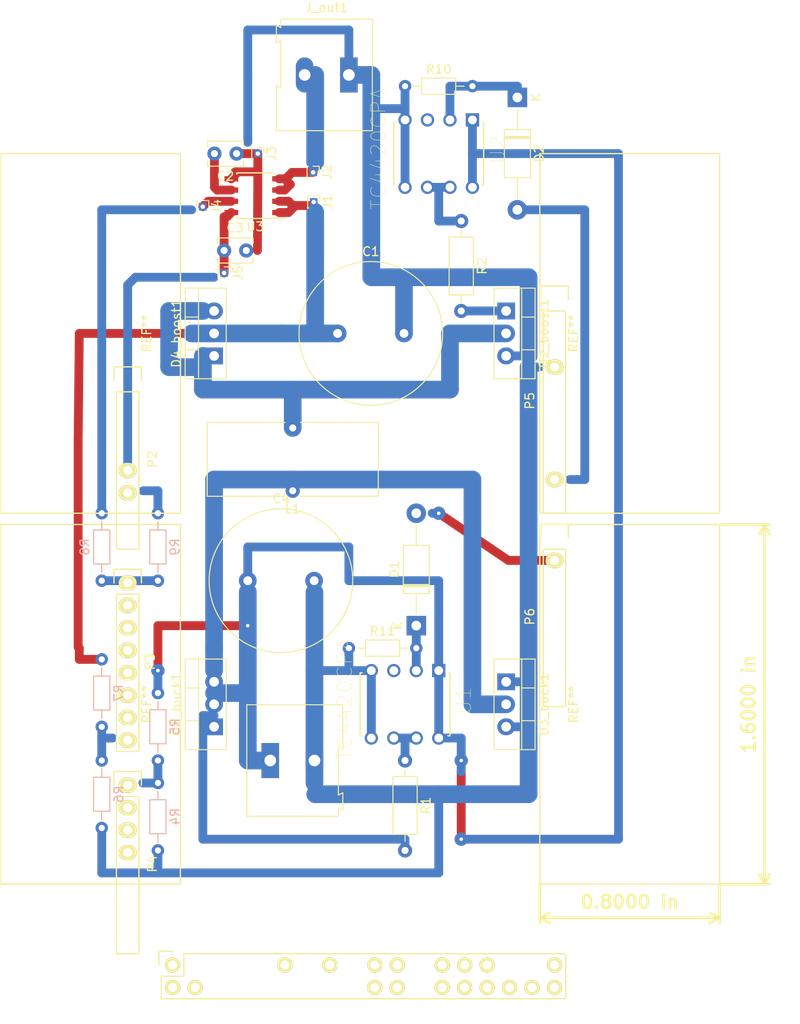
<source format=kicad_pcb>
(kicad_pcb (version 20171130) (host pcbnew 5.0.2-bee76a0~70~ubuntu18.10.1)

  (general
    (thickness 1.6)
    (drawings 2)
    (tracks 169)
    (zones 0)
    (modules 41)
    (nets 27)
  )

  (page A4 portrait)
  (layers
    (0 F.Cu signal)
    (31 B.Cu signal)
    (32 B.Adhes user)
    (33 F.Adhes user)
    (34 B.Paste user)
    (35 F.Paste user)
    (36 B.SilkS user)
    (37 F.SilkS user)
    (38 B.Mask user)
    (39 F.Mask user)
    (40 Dwgs.User user)
    (41 Cmts.User user)
    (42 Eco1.User user)
    (43 Eco2.User user)
    (44 Edge.Cuts user)
    (45 Margin user)
    (46 B.CrtYd user)
    (47 F.CrtYd user)
    (48 B.Fab user)
    (49 F.Fab user hide)
  )

  (setup
    (last_trace_width 1)
    (trace_clearance 0.2)
    (zone_clearance 0.508)
    (zone_45_only no)
    (trace_min 0.2)
    (segment_width 0.2)
    (edge_width 0.1)
    (via_size 1.5)
    (via_drill 0.4)
    (via_min_size 0.4)
    (via_min_drill 0.3)
    (uvia_size 0.3)
    (uvia_drill 0.1)
    (uvias_allowed no)
    (uvia_min_size 0.2)
    (uvia_min_drill 0.1)
    (pcb_text_width 0.3)
    (pcb_text_size 1.5 1.5)
    (mod_edge_width 0.15)
    (mod_text_size 1 1)
    (mod_text_width 0.15)
    (pad_size 0.85 0.85)
    (pad_drill 0.5)
    (pad_to_mask_clearance 0)
    (solder_mask_min_width 0.25)
    (aux_axis_origin 0 0)
    (visible_elements FFFFFF7F)
    (pcbplotparams
      (layerselection 0x010fc_ffffffff)
      (usegerberextensions false)
      (usegerberattributes false)
      (usegerberadvancedattributes false)
      (creategerberjobfile false)
      (excludeedgelayer true)
      (linewidth 0.100000)
      (plotframeref false)
      (viasonmask false)
      (mode 1)
      (useauxorigin false)
      (hpglpennumber 1)
      (hpglpenspeed 20)
      (hpglpendiameter 15.000000)
      (psnegative false)
      (psa4output false)
      (plotreference true)
      (plotvalue true)
      (plotinvisibletext false)
      (padsonsilk false)
      (subtractmaskfromsilk false)
      (outputformat 1)
      (mirror false)
      (drillshape 1)
      (scaleselection 1)
      (outputdirectory ""))
  )

  (net 0 "")
  (net 1 GND)
  (net 2 ADC_VIN)
  (net 3 ADC_VOUT)
  (net 4 ADC_Current)
  (net 5 +5V)
  (net 6 "Net-(D1-Pad2)")
  (net 7 "Net-(U1-Pad3)")
  (net 8 "Net-(R1-Pad1)")
  (net 9 "Net-(R2-Pad1)")
  (net 10 "Net-(U2-Pad3)")
  (net 11 "Net-(D2-Pad2)")
  (net 12 PWM7)
  (net 13 PWM4)
  (net 14 "Net-(C2-Pad2)")
  (net 15 "Net-(Q1_buck1-Pad1)")
  (net 16 "Net-(Q2_boost1-Pad1)")
  (net 17 "Net-(D4_boost1-Pad1)")
  (net 18 "Net-(J1-Pad1)")
  (net 19 "Net-(J2-Pad1)")
  (net 20 GNDREF)
  (net 21 "Net-(C1-Pad1)")
  (net 22 +12V)
  (net 23 "Net-(R9-Pad2)")
  (net 24 "Net-(D3_buck1-Pad2)")
  (net 25 "Net-(R8-Pad2)")
  (net 26 "Net-(R8-Pad1)")

  (net_class Default "This is the default net class."
    (clearance 0.2)
    (trace_width 1)
    (via_dia 1.5)
    (via_drill 0.4)
    (uvia_dia 0.3)
    (uvia_drill 0.1)
    (add_net +12V)
    (add_net +5V)
    (add_net ADC_Current)
    (add_net ADC_VIN)
    (add_net ADC_VOUT)
    (add_net GND)
    (add_net GNDREF)
    (add_net "Net-(C1-Pad1)")
    (add_net "Net-(C2-Pad2)")
    (add_net "Net-(D1-Pad2)")
    (add_net "Net-(D2-Pad2)")
    (add_net "Net-(D3_buck1-Pad2)")
    (add_net "Net-(D4_boost1-Pad1)")
    (add_net "Net-(J1-Pad1)")
    (add_net "Net-(J2-Pad1)")
    (add_net "Net-(Q1_buck1-Pad1)")
    (add_net "Net-(Q2_boost1-Pad1)")
    (add_net "Net-(R1-Pad1)")
    (add_net "Net-(R2-Pad1)")
    (add_net "Net-(R8-Pad1)")
    (add_net "Net-(R8-Pad2)")
    (add_net "Net-(R9-Pad2)")
    (add_net "Net-(U1-Pad3)")
    (add_net "Net-(U2-Pad3)")
    (add_net PWM4)
    (add_net PWM7)
  )

  (module Heat_Sink (layer F.Cu) (tedit 5C4F686C) (tstamp 5C4F7211)
    (at 97.79 107.95 90)
    (fp_text reference REF** (at 0 -3.81 90) (layer F.SilkS)
      (effects (font (size 1 1) (thickness 0.15)))
    )
    (fp_text value Heat_Sink (at 0 -11.43 90) (layer F.Fab)
      (effects (font (size 1 1) (thickness 0.15)))
    )
    (fp_line (start -20.32 0) (end 20.32 0) (layer F.SilkS) (width 0.15))
    (fp_line (start 20.32 0) (end 20.32 -20.32) (layer F.SilkS) (width 0.15))
    (fp_line (start 20.32 -20.32) (end -20.32 -20.32) (layer F.SilkS) (width 0.15))
    (fp_line (start -20.32 -20.32) (end -20.32 0) (layer F.SilkS) (width 0.15))
    (model ${KISYS3DMOD}/Heatsink.3dshapes/Heatsink_125x35x50mm_3xFixationM3.wrl
      (offset (xyz 0 1.5 0))
      (scale (xyz 0.33 0.6 1))
      (rotate (xyz 0 0 0))
    )
  )

  (module Heat_Sink (layer F.Cu) (tedit 5C4F686C) (tstamp 5C4F7211)
    (at 97.79 66.04 90)
    (fp_text reference REF** (at 0 -3.81 90) (layer F.SilkS)
      (effects (font (size 1 1) (thickness 0.15)))
    )
    (fp_text value Heat_Sink (at 0 -11.43 90) (layer F.Fab)
      (effects (font (size 1 1) (thickness 0.15)))
    )
    (fp_line (start -20.32 0) (end 20.32 0) (layer F.SilkS) (width 0.15))
    (fp_line (start 20.32 0) (end 20.32 -20.32) (layer F.SilkS) (width 0.15))
    (fp_line (start 20.32 -20.32) (end -20.32 -20.32) (layer F.SilkS) (width 0.15))
    (fp_line (start -20.32 -20.32) (end -20.32 0) (layer F.SilkS) (width 0.15))
    (model ${KISYS3DMOD}/Heatsink.3dshapes/Heatsink_125x35x50mm_3xFixationM3.wrl
      (offset (xyz 0 1.5 0))
      (scale (xyz 0.33 0.6 1))
      (rotate (xyz 0 0 0))
    )
  )

  (module Heat_Sink (layer F.Cu) (tedit 5C4F686C) (tstamp 5C4FD8BC)
    (at 138.43 66.04 270)
    (fp_text reference REF** (at 0 -3.81 270) (layer F.SilkS)
      (effects (font (size 1 1) (thickness 0.15)))
    )
    (fp_text value Heat_Sink (at 0 -11.43 270) (layer F.Fab)
      (effects (font (size 1 1) (thickness 0.15)))
    )
    (fp_line (start -20.32 -20.32) (end -20.32 0) (layer F.SilkS) (width 0.15))
    (fp_line (start 20.32 -20.32) (end -20.32 -20.32) (layer F.SilkS) (width 0.15))
    (fp_line (start 20.32 0) (end 20.32 -20.32) (layer F.SilkS) (width 0.15))
    (fp_line (start -20.32 0) (end 20.32 0) (layer F.SilkS) (width 0.15))
    (model ${KISYS3DMOD}/Heatsink.3dshapes/Heatsink_125x35x50mm_3xFixationM3.wrl
      (offset (xyz 0 1.5 0))
      (scale (xyz 0.33 0.6 1))
      (rotate (xyz 0 0 0))
    )
  )

  (module Heat_Sink (layer F.Cu) (tedit 5C4F686C) (tstamp 5C4FA694)
    (at 138.43 107.95 270)
    (fp_text reference REF** (at 0 -3.81 270) (layer F.SilkS)
      (effects (font (size 1 1) (thickness 0.15)))
    )
    (fp_text value Heat_Sink (at 0 -11.43 270) (layer F.Fab)
      (effects (font (size 1 1) (thickness 0.15)))
    )
    (fp_line (start -20.32 0) (end 20.32 0) (layer F.SilkS) (width 0.15))
    (fp_line (start 20.32 0) (end 20.32 -20.32) (layer F.SilkS) (width 0.15))
    (fp_line (start 20.32 -20.32) (end -20.32 -20.32) (layer F.SilkS) (width 0.15))
    (fp_line (start -20.32 -20.32) (end -20.32 0) (layer F.SilkS) (width 0.15))
    (model ${KISYS3DMOD}/Heatsink.3dshapes/Heatsink_125x35x50mm_3xFixationM3.wrl
      (offset (xyz 0 1.5 0))
      (scale (xyz 0.33 0.6 1))
      (rotate (xyz 0 0 0))
    )
  )

  (module Resistor_THT:R_Axial_DIN0207_L6.3mm_D2.5mm_P10.16mm_Horizontal (layer F.Cu) (tedit 5AE5139B) (tstamp 5C5C2DCE)
    (at 123.19 114.3 270)
    (descr "Resistor, Axial_DIN0207 series, Axial, Horizontal, pin pitch=10.16mm, 0.25W = 1/4W, length*diameter=6.3*2.5mm^2, http://cdn-reichelt.de/documents/datenblatt/B400/1_4W%23YAG.pdf")
    (tags "Resistor Axial_DIN0207 series Axial Horizontal pin pitch 10.16mm 0.25W = 1/4W length 6.3mm diameter 2.5mm")
    (path /5C4A99E2)
    (fp_text reference R1 (at 5.08 -2.37 270) (layer F.SilkS)
      (effects (font (size 1 1) (thickness 0.15)))
    )
    (fp_text value 47R (at 5.08 2.37 270) (layer F.Fab)
      (effects (font (size 1 1) (thickness 0.15)))
    )
    (fp_text user %R (at 5.08 0 270) (layer F.Fab)
      (effects (font (size 1 1) (thickness 0.15)))
    )
    (fp_line (start 11.21 -1.5) (end -1.05 -1.5) (layer F.CrtYd) (width 0.05))
    (fp_line (start 11.21 1.5) (end 11.21 -1.5) (layer F.CrtYd) (width 0.05))
    (fp_line (start -1.05 1.5) (end 11.21 1.5) (layer F.CrtYd) (width 0.05))
    (fp_line (start -1.05 -1.5) (end -1.05 1.5) (layer F.CrtYd) (width 0.05))
    (fp_line (start 9.12 0) (end 8.35 0) (layer F.SilkS) (width 0.12))
    (fp_line (start 1.04 0) (end 1.81 0) (layer F.SilkS) (width 0.12))
    (fp_line (start 8.35 -1.37) (end 1.81 -1.37) (layer F.SilkS) (width 0.12))
    (fp_line (start 8.35 1.37) (end 8.35 -1.37) (layer F.SilkS) (width 0.12))
    (fp_line (start 1.81 1.37) (end 8.35 1.37) (layer F.SilkS) (width 0.12))
    (fp_line (start 1.81 -1.37) (end 1.81 1.37) (layer F.SilkS) (width 0.12))
    (fp_line (start 10.16 0) (end 8.23 0) (layer F.Fab) (width 0.1))
    (fp_line (start 0 0) (end 1.93 0) (layer F.Fab) (width 0.1))
    (fp_line (start 8.23 -1.25) (end 1.93 -1.25) (layer F.Fab) (width 0.1))
    (fp_line (start 8.23 1.25) (end 8.23 -1.25) (layer F.Fab) (width 0.1))
    (fp_line (start 1.93 1.25) (end 8.23 1.25) (layer F.Fab) (width 0.1))
    (fp_line (start 1.93 -1.25) (end 1.93 1.25) (layer F.Fab) (width 0.1))
    (pad 2 thru_hole oval (at 10.16 0 270) (size 1.6 1.6) (drill 0.8) (layers *.Cu *.Mask)
      (net 15 "Net-(Q1_buck1-Pad1)"))
    (pad 1 thru_hole circle (at 0 0 270) (size 1.6 1.6) (drill 0.8) (layers *.Cu *.Mask)
      (net 8 "Net-(R1-Pad1)"))
    (model ${KISYS3DMOD}/Resistor_THT.3dshapes/R_Axial_DIN0207_L6.3mm_D2.5mm_P10.16mm_Horizontal.wrl
      (at (xyz 0 0 0))
      (scale (xyz 1 1 1))
      (rotate (xyz 0 0 0))
    )
  )

  (module Resistor_THT:R_Axial_DIN0207_L6.3mm_D2.5mm_P10.16mm_Horizontal (layer F.Cu) (tedit 5AE5139B) (tstamp 5C5C2DE7)
    (at 129.54 53.34 270)
    (descr "Resistor, Axial_DIN0207 series, Axial, Horizontal, pin pitch=10.16mm, 0.25W = 1/4W, length*diameter=6.3*2.5mm^2, http://cdn-reichelt.de/documents/datenblatt/B400/1_4W%23YAG.pdf")
    (tags "Resistor Axial_DIN0207 series Axial Horizontal pin pitch 10.16mm 0.25W = 1/4W length 6.3mm diameter 2.5mm")
    (path /5C4B4F3D)
    (fp_text reference R2 (at 5.08 -2.37 270) (layer F.SilkS)
      (effects (font (size 1 1) (thickness 0.15)))
    )
    (fp_text value 47R (at 5.08 2.37 270) (layer F.Fab)
      (effects (font (size 1 1) (thickness 0.15)))
    )
    (fp_text user %R (at 5.08 0 270) (layer F.Fab)
      (effects (font (size 1 1) (thickness 0.15)))
    )
    (fp_line (start 11.21 -1.5) (end -1.05 -1.5) (layer F.CrtYd) (width 0.05))
    (fp_line (start 11.21 1.5) (end 11.21 -1.5) (layer F.CrtYd) (width 0.05))
    (fp_line (start -1.05 1.5) (end 11.21 1.5) (layer F.CrtYd) (width 0.05))
    (fp_line (start -1.05 -1.5) (end -1.05 1.5) (layer F.CrtYd) (width 0.05))
    (fp_line (start 9.12 0) (end 8.35 0) (layer F.SilkS) (width 0.12))
    (fp_line (start 1.04 0) (end 1.81 0) (layer F.SilkS) (width 0.12))
    (fp_line (start 8.35 -1.37) (end 1.81 -1.37) (layer F.SilkS) (width 0.12))
    (fp_line (start 8.35 1.37) (end 8.35 -1.37) (layer F.SilkS) (width 0.12))
    (fp_line (start 1.81 1.37) (end 8.35 1.37) (layer F.SilkS) (width 0.12))
    (fp_line (start 1.81 -1.37) (end 1.81 1.37) (layer F.SilkS) (width 0.12))
    (fp_line (start 10.16 0) (end 8.23 0) (layer F.Fab) (width 0.1))
    (fp_line (start 0 0) (end 1.93 0) (layer F.Fab) (width 0.1))
    (fp_line (start 8.23 -1.25) (end 1.93 -1.25) (layer F.Fab) (width 0.1))
    (fp_line (start 8.23 1.25) (end 8.23 -1.25) (layer F.Fab) (width 0.1))
    (fp_line (start 1.93 1.25) (end 8.23 1.25) (layer F.Fab) (width 0.1))
    (fp_line (start 1.93 -1.25) (end 1.93 1.25) (layer F.Fab) (width 0.1))
    (pad 2 thru_hole oval (at 10.16 0 270) (size 1.6 1.6) (drill 0.8) (layers *.Cu *.Mask)
      (net 16 "Net-(Q2_boost1-Pad1)"))
    (pad 1 thru_hole circle (at 0 0 270) (size 1.6 1.6) (drill 0.8) (layers *.Cu *.Mask)
      (net 9 "Net-(R2-Pad1)"))
    (model ${KISYS3DMOD}/Resistor_THT.3dshapes/R_Axial_DIN0207_L6.3mm_D2.5mm_P10.16mm_Horizontal.wrl
      (at (xyz 0 0 0))
      (scale (xyz 1 1 1))
      (rotate (xyz 0 0 0))
    )
  )

  (module Socket_Arduino_Mega:Socket_Strip_Arduino_1x08 locked (layer F.Cu) (tedit 5C4D05E1) (tstamp 5C4A61D8)
    (at 91.830917 94.228441 270)
    (descr "Through hole socket strip")
    (tags "socket strip")
    (path /56D72F1C)
    (fp_text reference P3 (at 8.89 -2.54 270) (layer F.SilkS)
      (effects (font (size 1 1) (thickness 0.15)))
    )
    (fp_text value Analog (at 8.89 -4.318 270) (layer F.Fab)
      (effects (font (size 1 1) (thickness 0.15)))
    )
    (fp_line (start -1.75 -1.75) (end -1.75 1.75) (layer F.CrtYd) (width 0.05))
    (fp_line (start 19.55 -1.75) (end 19.55 1.75) (layer F.CrtYd) (width 0.05))
    (fp_line (start -1.75 -1.75) (end 19.55 -1.75) (layer F.CrtYd) (width 0.05))
    (fp_line (start -1.75 1.75) (end 19.55 1.75) (layer F.CrtYd) (width 0.05))
    (fp_line (start 1.27 1.27) (end 19.05 1.27) (layer F.SilkS) (width 0.15))
    (fp_line (start 19.05 1.27) (end 19.05 -1.27) (layer F.SilkS) (width 0.15))
    (fp_line (start 19.05 -1.27) (end 1.27 -1.27) (layer F.SilkS) (width 0.15))
    (fp_line (start -1.55 1.55) (end 0 1.55) (layer F.SilkS) (width 0.15))
    (fp_line (start 1.27 1.27) (end 1.27 -1.27) (layer F.SilkS) (width 0.15))
    (fp_line (start 0 -1.55) (end -1.55 -1.55) (layer F.SilkS) (width 0.15))
    (fp_line (start -1.55 -1.55) (end -1.55 1.55) (layer F.SilkS) (width 0.15))
    (pad 1 thru_hole oval (at 0 0 270) (size 1.7272 2.032) (drill 1.016) (layers *.Cu *.Mask F.SilkS))
    (pad 5 thru_hole oval (at 10.16 0 270) (size 1.7272 2.032) (drill 1.016) (layers *.Cu *.Mask F.SilkS))
    (pad 1 thru_hole oval (at 2.54 0 270) (size 1.7272 2.032) (drill 1.016) (layers *.Cu *.Mask F.SilkS))
    (pad 1 thru_hole oval (at 5.08 0 270) (size 1.7272 2.032) (drill 1.016) (layers *.Cu *.Mask F.SilkS))
    (pad 1 thru_hole oval (at 7.62 0 270) (size 1.7272 2.032) (drill 1.016) (layers *.Cu *.Mask F.SilkS))
    (pad 1 thru_hole oval (at 12.7 0 270) (size 1.7272 2.032) (drill 1.016) (layers *.Cu *.Mask F.SilkS))
    (pad 1 thru_hole oval (at 15.24 0 270) (size 1.7272 2.032) (drill 1.016) (layers *.Cu *.Mask F.SilkS))
    (pad 1 thru_hole oval (at 17.78 0 270) (size 1.7272 2.032) (drill 1.016) (layers *.Cu *.Mask F.SilkS))
  )

  (module Resistor_THT:R_Axial_DIN0204_L3.6mm_D1.6mm_P7.62mm_Horizontal (layer F.Cu) (tedit 5AE5139B) (tstamp 5C4D10C8)
    (at 123.19 38.1)
    (descr "Resistor, Axial_DIN0204 series, Axial, Horizontal, pin pitch=7.62mm, 0.167W, length*diameter=3.6*1.6mm^2, http://cdn-reichelt.de/documents/datenblatt/B400/1_4W%23YAG.pdf")
    (tags "Resistor Axial_DIN0204 series Axial Horizontal pin pitch 7.62mm 0.167W length 3.6mm diameter 1.6mm")
    (path /5C4D6466)
    (fp_text reference R10 (at 3.81 -1.92) (layer F.SilkS)
      (effects (font (size 1 1) (thickness 0.15)))
    )
    (fp_text value 10K (at 3.81 1.92) (layer F.Fab)
      (effects (font (size 1 1) (thickness 0.15)))
    )
    (fp_text user %R (at 3.81 0) (layer F.Fab)
      (effects (font (size 0.72 0.72) (thickness 0.108)))
    )
    (fp_line (start 8.57 -1.05) (end -0.95 -1.05) (layer F.CrtYd) (width 0.05))
    (fp_line (start 8.57 1.05) (end 8.57 -1.05) (layer F.CrtYd) (width 0.05))
    (fp_line (start -0.95 1.05) (end 8.57 1.05) (layer F.CrtYd) (width 0.05))
    (fp_line (start -0.95 -1.05) (end -0.95 1.05) (layer F.CrtYd) (width 0.05))
    (fp_line (start 6.68 0) (end 5.73 0) (layer F.SilkS) (width 0.12))
    (fp_line (start 0.94 0) (end 1.89 0) (layer F.SilkS) (width 0.12))
    (fp_line (start 5.73 -0.92) (end 1.89 -0.92) (layer F.SilkS) (width 0.12))
    (fp_line (start 5.73 0.92) (end 5.73 -0.92) (layer F.SilkS) (width 0.12))
    (fp_line (start 1.89 0.92) (end 5.73 0.92) (layer F.SilkS) (width 0.12))
    (fp_line (start 1.89 -0.92) (end 1.89 0.92) (layer F.SilkS) (width 0.12))
    (fp_line (start 7.62 0) (end 5.61 0) (layer F.Fab) (width 0.1))
    (fp_line (start 0 0) (end 2.01 0) (layer F.Fab) (width 0.1))
    (fp_line (start 5.61 -0.8) (end 2.01 -0.8) (layer F.Fab) (width 0.1))
    (fp_line (start 5.61 0.8) (end 5.61 -0.8) (layer F.Fab) (width 0.1))
    (fp_line (start 2.01 0.8) (end 5.61 0.8) (layer F.Fab) (width 0.1))
    (fp_line (start 2.01 -0.8) (end 2.01 0.8) (layer F.Fab) (width 0.1))
    (pad 2 thru_hole oval (at 7.62 0) (size 1.4 1.4) (drill 0.7) (layers *.Cu *.Mask)
      (net 11 "Net-(D2-Pad2)"))
    (pad 1 thru_hole circle (at 0 0) (size 1.4 1.4) (drill 0.7) (layers *.Cu *.Mask)
      (net 1 GND))
    (model ${KISYS3DMOD}/Resistor_THT.3dshapes/R_Axial_DIN0204_L3.6mm_D1.6mm_P7.62mm_Horizontal.wrl
      (at (xyz 0 0 0))
      (scale (xyz 1 1 1))
      (rotate (xyz 0 0 0))
    )
  )

  (module Resistor_THT:R_Axial_DIN0204_L3.6mm_D1.6mm_P7.62mm_Horizontal (layer F.Cu) (tedit 5AE5139B) (tstamp 5C4D10B1)
    (at 116.84 101.6)
    (descr "Resistor, Axial_DIN0204 series, Axial, Horizontal, pin pitch=7.62mm, 0.167W, length*diameter=3.6*1.6mm^2, http://cdn-reichelt.de/documents/datenblatt/B400/1_4W%23YAG.pdf")
    (tags "Resistor Axial_DIN0204 series Axial Horizontal pin pitch 7.62mm 0.167W length 3.6mm diameter 1.6mm")
    (path /5C4EC602)
    (fp_text reference R11 (at 3.81 -1.92) (layer F.SilkS)
      (effects (font (size 1 1) (thickness 0.15)))
    )
    (fp_text value 10K (at 3.81 1.92) (layer F.Fab)
      (effects (font (size 1 1) (thickness 0.15)))
    )
    (fp_line (start 2.01 -0.8) (end 2.01 0.8) (layer F.Fab) (width 0.1))
    (fp_line (start 2.01 0.8) (end 5.61 0.8) (layer F.Fab) (width 0.1))
    (fp_line (start 5.61 0.8) (end 5.61 -0.8) (layer F.Fab) (width 0.1))
    (fp_line (start 5.61 -0.8) (end 2.01 -0.8) (layer F.Fab) (width 0.1))
    (fp_line (start 0 0) (end 2.01 0) (layer F.Fab) (width 0.1))
    (fp_line (start 7.62 0) (end 5.61 0) (layer F.Fab) (width 0.1))
    (fp_line (start 1.89 -0.92) (end 1.89 0.92) (layer F.SilkS) (width 0.12))
    (fp_line (start 1.89 0.92) (end 5.73 0.92) (layer F.SilkS) (width 0.12))
    (fp_line (start 5.73 0.92) (end 5.73 -0.92) (layer F.SilkS) (width 0.12))
    (fp_line (start 5.73 -0.92) (end 1.89 -0.92) (layer F.SilkS) (width 0.12))
    (fp_line (start 0.94 0) (end 1.89 0) (layer F.SilkS) (width 0.12))
    (fp_line (start 6.68 0) (end 5.73 0) (layer F.SilkS) (width 0.12))
    (fp_line (start -0.95 -1.05) (end -0.95 1.05) (layer F.CrtYd) (width 0.05))
    (fp_line (start -0.95 1.05) (end 8.57 1.05) (layer F.CrtYd) (width 0.05))
    (fp_line (start 8.57 1.05) (end 8.57 -1.05) (layer F.CrtYd) (width 0.05))
    (fp_line (start 8.57 -1.05) (end -0.95 -1.05) (layer F.CrtYd) (width 0.05))
    (fp_text user %R (at 3.81 0) (layer F.Fab)
      (effects (font (size 0.72 0.72) (thickness 0.108)))
    )
    (pad 1 thru_hole circle (at 0 0) (size 1.4 1.4) (drill 0.7) (layers *.Cu *.Mask)
      (net 1 GND))
    (pad 2 thru_hole oval (at 7.62 0) (size 1.4 1.4) (drill 0.7) (layers *.Cu *.Mask)
      (net 6 "Net-(D1-Pad2)"))
    (model ${KISYS3DMOD}/Resistor_THT.3dshapes/R_Axial_DIN0204_L3.6mm_D1.6mm_P7.62mm_Horizontal.wrl
      (at (xyz 0 0 0))
      (scale (xyz 1 1 1))
      (rotate (xyz 0 0 0))
    )
  )

  (module Socket_Arduino_Mega:Socket_Strip_Arduino_1x08 locked (layer F.Cu) (tedit 5C4CF931) (tstamp 5C4A620F)
    (at 91.830917 117.088441 270)
    (descr "Through hole socket strip")
    (tags "socket strip")
    (path /56D73A0E)
    (fp_text reference P4 (at 8.89 -2.794 270) (layer F.SilkS)
      (effects (font (size 1 1) (thickness 0.15)))
    )
    (fp_text value Analog (at 8.89 -4.318 270) (layer F.Fab)
      (effects (font (size 1 1) (thickness 0.15)))
    )
    (fp_line (start -1.75 -1.75) (end -1.75 1.75) (layer F.CrtYd) (width 0.05))
    (fp_line (start 19.55 -1.75) (end 19.55 1.75) (layer F.CrtYd) (width 0.05))
    (fp_line (start -1.75 -1.75) (end 19.55 -1.75) (layer F.CrtYd) (width 0.05))
    (fp_line (start -1.75 1.75) (end 19.55 1.75) (layer F.CrtYd) (width 0.05))
    (fp_line (start 1.27 1.27) (end 19.05 1.27) (layer F.SilkS) (width 0.15))
    (fp_line (start 19.05 1.27) (end 19.05 -1.27) (layer F.SilkS) (width 0.15))
    (fp_line (start 19.05 -1.27) (end 1.27 -1.27) (layer F.SilkS) (width 0.15))
    (fp_line (start -1.55 1.55) (end 0 1.55) (layer F.SilkS) (width 0.15))
    (fp_line (start 1.27 1.27) (end 1.27 -1.27) (layer F.SilkS) (width 0.15))
    (fp_line (start 0 -1.55) (end -1.55 -1.55) (layer F.SilkS) (width 0.15))
    (fp_line (start -1.55 -1.55) (end -1.55 1.55) (layer F.SilkS) (width 0.15))
    (pad 4 thru_hole oval (at 0 0 270) (size 1.7272 2.032) (drill 1.016) (layers *.Cu *.Mask F.SilkS))
    (pad 4 thru_hole oval (at 2.54 0 270) (size 1.7272 2.032) (drill 1.016) (layers *.Cu *.Mask F.SilkS))
    (pad 4 thru_hole oval (at 5.08 0 270) (size 1.7272 2.032) (drill 1.016) (layers *.Cu *.Mask F.SilkS))
    (pad 4 thru_hole oval (at 7.62 0 270) (size 1.7272 2.032) (drill 1.016) (layers *.Cu *.Mask F.SilkS))
  )

  (module Socket_Arduino_Mega:Socket_Strip_Arduino_1x08 locked (layer F.Cu) (tedit 5C4BE3A6) (tstamp 5C4A6285)
    (at 91.830917 71.368441 270)
    (descr "Through hole socket strip")
    (tags "socket strip")
    (path /56D71773)
    (fp_text reference P2 (at 8.89 -2.794 270) (layer F.SilkS)
      (effects (font (size 1 1) (thickness 0.15)))
    )
    (fp_text value Power (at 8.89 -4.318 270) (layer F.Fab)
      (effects (font (size 1 1) (thickness 0.15)))
    )
    (fp_line (start -1.75 -1.75) (end -1.75 1.75) (layer F.CrtYd) (width 0.05))
    (fp_line (start 19.55 -1.75) (end 19.55 1.75) (layer F.CrtYd) (width 0.05))
    (fp_line (start -1.75 -1.75) (end 19.55 -1.75) (layer F.CrtYd) (width 0.05))
    (fp_line (start -1.75 1.75) (end 19.55 1.75) (layer F.CrtYd) (width 0.05))
    (fp_line (start 1.27 1.27) (end 19.05 1.27) (layer F.SilkS) (width 0.15))
    (fp_line (start 19.05 1.27) (end 19.05 -1.27) (layer F.SilkS) (width 0.15))
    (fp_line (start 19.05 -1.27) (end 1.27 -1.27) (layer F.SilkS) (width 0.15))
    (fp_line (start -1.55 1.55) (end 0 1.55) (layer F.SilkS) (width 0.15))
    (fp_line (start 1.27 1.27) (end 1.27 -1.27) (layer F.SilkS) (width 0.15))
    (fp_line (start 0 -1.55) (end -1.55 -1.55) (layer F.SilkS) (width 0.15))
    (fp_line (start -1.55 -1.55) (end -1.55 1.55) (layer F.SilkS) (width 0.15))
    (pad 5 thru_hole oval (at 10.16 0 270) (size 1.7272 2.032) (drill 1.016) (layers *.Cu *.Mask F.SilkS))
    (pad 6 thru_hole oval (at 12.7 0 270) (size 1.7272 2.032) (drill 1.016) (layers *.Cu *.Mask F.SilkS))
  )

  (module TerminalBlock:TerminalBlock_Altech_AK300-2_P5.00mm (layer F.Cu) (tedit 59FF0306) (tstamp 5C4C6301)
    (at 116.84 36.83 180)
    (descr "Altech AK300 terminal block, pitch 5.0mm, 45 degree angled, see http://www.mouser.com/ds/2/16/PCBMETRC-24178.pdf")
    (tags "Altech AK300 terminal block pitch 5.0mm")
    (path /5C4D9C98)
    (fp_text reference J_out1 (at 2.54 7.62 180) (layer F.SilkS)
      (effects (font (size 1 1) (thickness 0.15)))
    )
    (fp_text value Screw_Terminal_01x02 (at 2.78 7.75 180) (layer F.Fab)
      (effects (font (size 1 1) (thickness 0.15)))
    )
    (fp_text user %R (at 2.5 -2 180) (layer F.Fab)
      (effects (font (size 1 1) (thickness 0.15)))
    )
    (fp_line (start -2.65 -6.3) (end -2.65 6.3) (layer F.SilkS) (width 0.12))
    (fp_line (start -2.65 6.3) (end 7.7 6.3) (layer F.SilkS) (width 0.12))
    (fp_line (start 7.7 6.3) (end 7.7 5.35) (layer F.SilkS) (width 0.12))
    (fp_line (start 7.7 5.35) (end 8.2 5.6) (layer F.SilkS) (width 0.12))
    (fp_line (start 8.2 5.6) (end 8.2 3.7) (layer F.SilkS) (width 0.12))
    (fp_line (start 8.2 3.7) (end 8.2 3.65) (layer F.SilkS) (width 0.12))
    (fp_line (start 8.2 3.65) (end 7.7 3.9) (layer F.SilkS) (width 0.12))
    (fp_line (start 7.7 3.9) (end 7.7 -1.5) (layer F.SilkS) (width 0.12))
    (fp_line (start 7.7 -1.5) (end 8.2 -1.2) (layer F.SilkS) (width 0.12))
    (fp_line (start 8.2 -1.2) (end 8.2 -6.3) (layer F.SilkS) (width 0.12))
    (fp_line (start 8.2 -6.3) (end -2.65 -6.3) (layer F.SilkS) (width 0.12))
    (fp_line (start -1.26 2.54) (end 1.28 2.54) (layer F.Fab) (width 0.1))
    (fp_line (start 1.28 2.54) (end 1.28 -0.25) (layer F.Fab) (width 0.1))
    (fp_line (start -1.26 -0.25) (end 1.28 -0.25) (layer F.Fab) (width 0.1))
    (fp_line (start -1.26 2.54) (end -1.26 -0.25) (layer F.Fab) (width 0.1))
    (fp_line (start 3.74 2.54) (end 6.28 2.54) (layer F.Fab) (width 0.1))
    (fp_line (start 6.28 2.54) (end 6.28 -0.25) (layer F.Fab) (width 0.1))
    (fp_line (start 3.74 -0.25) (end 6.28 -0.25) (layer F.Fab) (width 0.1))
    (fp_line (start 3.74 2.54) (end 3.74 -0.25) (layer F.Fab) (width 0.1))
    (fp_line (start 7.61 -6.22) (end 7.61 -3.17) (layer F.Fab) (width 0.1))
    (fp_line (start 7.61 -6.22) (end -2.58 -6.22) (layer F.Fab) (width 0.1))
    (fp_line (start 7.61 -6.22) (end 8.11 -6.22) (layer F.Fab) (width 0.1))
    (fp_line (start 8.11 -6.22) (end 8.11 -1.4) (layer F.Fab) (width 0.1))
    (fp_line (start 8.11 -1.4) (end 7.61 -1.65) (layer F.Fab) (width 0.1))
    (fp_line (start 8.11 5.46) (end 7.61 5.21) (layer F.Fab) (width 0.1))
    (fp_line (start 7.61 5.21) (end 7.61 6.22) (layer F.Fab) (width 0.1))
    (fp_line (start 8.11 3.81) (end 7.61 4.06) (layer F.Fab) (width 0.1))
    (fp_line (start 7.61 4.06) (end 7.61 5.21) (layer F.Fab) (width 0.1))
    (fp_line (start 8.11 3.81) (end 8.11 5.46) (layer F.Fab) (width 0.1))
    (fp_line (start 2.98 6.22) (end 2.98 4.32) (layer F.Fab) (width 0.1))
    (fp_line (start 7.05 -0.25) (end 7.05 4.32) (layer F.Fab) (width 0.1))
    (fp_line (start 2.98 6.22) (end 7.05 6.22) (layer F.Fab) (width 0.1))
    (fp_line (start 7.05 6.22) (end 7.61 6.22) (layer F.Fab) (width 0.1))
    (fp_line (start 2.04 6.22) (end 2.04 4.32) (layer F.Fab) (width 0.1))
    (fp_line (start 2.04 6.22) (end 2.98 6.22) (layer F.Fab) (width 0.1))
    (fp_line (start -2.02 -0.25) (end -2.02 4.32) (layer F.Fab) (width 0.1))
    (fp_line (start -2.58 6.22) (end -2.02 6.22) (layer F.Fab) (width 0.1))
    (fp_line (start -2.02 6.22) (end 2.04 6.22) (layer F.Fab) (width 0.1))
    (fp_line (start 2.98 4.32) (end 7.05 4.32) (layer F.Fab) (width 0.1))
    (fp_line (start 2.98 4.32) (end 2.98 -0.25) (layer F.Fab) (width 0.1))
    (fp_line (start 7.05 4.32) (end 7.05 6.22) (layer F.Fab) (width 0.1))
    (fp_line (start 2.04 4.32) (end -2.02 4.32) (layer F.Fab) (width 0.1))
    (fp_line (start 2.04 4.32) (end 2.04 -0.25) (layer F.Fab) (width 0.1))
    (fp_line (start -2.02 4.32) (end -2.02 6.22) (layer F.Fab) (width 0.1))
    (fp_line (start 6.67 3.68) (end 6.67 0.51) (layer F.Fab) (width 0.1))
    (fp_line (start 6.67 3.68) (end 3.36 3.68) (layer F.Fab) (width 0.1))
    (fp_line (start 3.36 3.68) (end 3.36 0.51) (layer F.Fab) (width 0.1))
    (fp_line (start 1.66 3.68) (end 1.66 0.51) (layer F.Fab) (width 0.1))
    (fp_line (start 1.66 3.68) (end -1.64 3.68) (layer F.Fab) (width 0.1))
    (fp_line (start -1.64 3.68) (end -1.64 0.51) (layer F.Fab) (width 0.1))
    (fp_line (start -1.64 0.51) (end -1.26 0.51) (layer F.Fab) (width 0.1))
    (fp_line (start 1.66 0.51) (end 1.28 0.51) (layer F.Fab) (width 0.1))
    (fp_line (start 3.36 0.51) (end 3.74 0.51) (layer F.Fab) (width 0.1))
    (fp_line (start 6.67 0.51) (end 6.28 0.51) (layer F.Fab) (width 0.1))
    (fp_line (start -2.58 6.22) (end -2.58 -0.64) (layer F.Fab) (width 0.1))
    (fp_line (start -2.58 -0.64) (end -2.58 -3.17) (layer F.Fab) (width 0.1))
    (fp_line (start 7.61 -1.65) (end 7.61 -0.64) (layer F.Fab) (width 0.1))
    (fp_line (start 7.61 -0.64) (end 7.61 4.06) (layer F.Fab) (width 0.1))
    (fp_line (start -2.58 -3.17) (end 7.61 -3.17) (layer F.Fab) (width 0.1))
    (fp_line (start -2.58 -3.17) (end -2.58 -6.22) (layer F.Fab) (width 0.1))
    (fp_line (start 7.61 -3.17) (end 7.61 -1.65) (layer F.Fab) (width 0.1))
    (fp_line (start 2.98 -3.43) (end 2.98 -5.97) (layer F.Fab) (width 0.1))
    (fp_line (start 2.98 -5.97) (end 7.05 -5.97) (layer F.Fab) (width 0.1))
    (fp_line (start 7.05 -5.97) (end 7.05 -3.43) (layer F.Fab) (width 0.1))
    (fp_line (start 7.05 -3.43) (end 2.98 -3.43) (layer F.Fab) (width 0.1))
    (fp_line (start 2.04 -3.43) (end 2.04 -5.97) (layer F.Fab) (width 0.1))
    (fp_line (start 2.04 -3.43) (end -2.02 -3.43) (layer F.Fab) (width 0.1))
    (fp_line (start -2.02 -3.43) (end -2.02 -5.97) (layer F.Fab) (width 0.1))
    (fp_line (start 2.04 -5.97) (end -2.02 -5.97) (layer F.Fab) (width 0.1))
    (fp_line (start 3.39 -4.45) (end 6.44 -5.08) (layer F.Fab) (width 0.1))
    (fp_line (start 3.52 -4.32) (end 6.56 -4.95) (layer F.Fab) (width 0.1))
    (fp_line (start -1.62 -4.45) (end 1.44 -5.08) (layer F.Fab) (width 0.1))
    (fp_line (start -1.49 -4.32) (end 1.56 -4.95) (layer F.Fab) (width 0.1))
    (fp_line (start -2.02 -0.25) (end -1.64 -0.25) (layer F.Fab) (width 0.1))
    (fp_line (start 2.04 -0.25) (end 1.66 -0.25) (layer F.Fab) (width 0.1))
    (fp_line (start 1.66 -0.25) (end -1.64 -0.25) (layer F.Fab) (width 0.1))
    (fp_line (start -2.58 -0.64) (end -1.64 -0.64) (layer F.Fab) (width 0.1))
    (fp_line (start -1.64 -0.64) (end 1.66 -0.64) (layer F.Fab) (width 0.1))
    (fp_line (start 1.66 -0.64) (end 3.36 -0.64) (layer F.Fab) (width 0.1))
    (fp_line (start 7.61 -0.64) (end 6.67 -0.64) (layer F.Fab) (width 0.1))
    (fp_line (start 6.67 -0.64) (end 3.36 -0.64) (layer F.Fab) (width 0.1))
    (fp_line (start 7.05 -0.25) (end 6.67 -0.25) (layer F.Fab) (width 0.1))
    (fp_line (start 2.98 -0.25) (end 3.36 -0.25) (layer F.Fab) (width 0.1))
    (fp_line (start 3.36 -0.25) (end 6.67 -0.25) (layer F.Fab) (width 0.1))
    (fp_line (start -2.83 -6.47) (end 8.36 -6.47) (layer F.CrtYd) (width 0.05))
    (fp_line (start -2.83 -6.47) (end -2.83 6.47) (layer F.CrtYd) (width 0.05))
    (fp_line (start 8.36 6.47) (end 8.36 -6.47) (layer F.CrtYd) (width 0.05))
    (fp_line (start 8.36 6.47) (end -2.83 6.47) (layer F.CrtYd) (width 0.05))
    (fp_arc (start 6.03 -4.59) (end 6.54 -5.05) (angle 90.5) (layer F.Fab) (width 0.1))
    (fp_arc (start 5.07 -6.07) (end 6.53 -4.12) (angle 75.5) (layer F.Fab) (width 0.1))
    (fp_arc (start 4.99 -3.71) (end 3.39 -5) (angle 100) (layer F.Fab) (width 0.1))
    (fp_arc (start 3.87 -4.65) (end 3.58 -4.13) (angle 104.2) (layer F.Fab) (width 0.1))
    (fp_arc (start 1.03 -4.59) (end 1.53 -5.05) (angle 90.5) (layer F.Fab) (width 0.1))
    (fp_arc (start 0.06 -6.07) (end 1.53 -4.12) (angle 75.5) (layer F.Fab) (width 0.1))
    (fp_arc (start -0.01 -3.71) (end -1.62 -5) (angle 100) (layer F.Fab) (width 0.1))
    (fp_arc (start -1.13 -4.65) (end -1.42 -4.13) (angle 104.2) (layer F.Fab) (width 0.1))
    (pad 1 thru_hole rect (at 0 0 180) (size 1.98 3.96) (drill 1.32) (layers *.Cu *.Mask)
      (net 1 GND))
    (pad 2 thru_hole oval (at 5 0 180) (size 1.98 3.96) (drill 1.32) (layers *.Cu *.Mask)
      (net 21 "Net-(C1-Pad1)"))
    (model /home/fgl27/Downloads/kicad_layouts_etc/TerminalBlock_Altech.3dshapes/Altech_AK300_1x02_P5.00mm_45-Degree.wrl
      (at (xyz 0 0 0))
      (scale (xyz 1 1 1))
      (rotate (xyz 0 0 0))
    )
  )

  (module DIP254P762X533-8 (layer F.Cu) (tedit 0) (tstamp 5C5B6D45)
    (at 123.19 49.53 270)
    (path /5C4AB0AD)
    (fp_text reference U2 (at -4.22171 -10.4526 270) (layer F.SilkS)
      (effects (font (size 1.64207 1.64207) (thickness 0.05)))
    )
    (fp_text value TC4420CPA (at -4.35178 3.00298 270) (layer F.SilkS)
      (effects (font (size 1.64317 1.64317) (thickness 0.05)))
    )
    (fp_line (start -7.366 -8.89) (end -7.366 1.27) (layer Dwgs.User) (width 0.1524))
    (fp_line (start -0.254 -8.89) (end -7.366 -8.89) (layer Dwgs.User) (width 0.1524))
    (fp_line (start -0.254 1.27) (end -0.254 -8.89) (layer Dwgs.User) (width 0.1524))
    (fp_line (start -7.366 1.27) (end -0.254 1.27) (layer Dwgs.User) (width 0.1524))
    (fp_line (start 0.4826 -8.128) (end -0.254 -8.128) (layer Dwgs.User) (width 0.1524))
    (fp_line (start 0.4826 -7.112) (end 0.4826 -8.128) (layer Dwgs.User) (width 0.1524))
    (fp_line (start -0.254 -7.112) (end 0.4826 -7.112) (layer Dwgs.User) (width 0.1524))
    (fp_line (start -0.254 -8.128) (end -0.254 -7.112) (layer Dwgs.User) (width 0.1524))
    (fp_line (start 0.4826 -5.588) (end -0.254 -5.588) (layer Dwgs.User) (width 0.1524))
    (fp_line (start 0.4826 -4.572) (end 0.4826 -5.588) (layer Dwgs.User) (width 0.1524))
    (fp_line (start -0.254 -4.572) (end 0.4826 -4.572) (layer Dwgs.User) (width 0.1524))
    (fp_line (start -0.254 -5.588) (end -0.254 -4.572) (layer Dwgs.User) (width 0.1524))
    (fp_line (start 0.4826 -3.048) (end -0.254 -3.048) (layer Dwgs.User) (width 0.1524))
    (fp_line (start 0.508 -2.0574) (end 0.4826 -3.048) (layer Dwgs.User) (width 0.1524))
    (fp_line (start -0.254 -2.032) (end 0.508 -2.0574) (layer Dwgs.User) (width 0.1524))
    (fp_line (start -0.254 -3.048) (end -0.254 -2.032) (layer Dwgs.User) (width 0.1524))
    (fp_line (start 0.508 -0.508) (end -0.254 -0.508) (layer Dwgs.User) (width 0.1524))
    (fp_line (start 0.508 0.4826) (end 0.508 -0.508) (layer Dwgs.User) (width 0.1524))
    (fp_line (start -0.254 0.508) (end 0.508 0.4826) (layer Dwgs.User) (width 0.1524))
    (fp_line (start -0.254 -0.508) (end -0.254 0.508) (layer Dwgs.User) (width 0.1524))
    (fp_line (start -8.128 0.508) (end -7.366 0.508) (layer Dwgs.User) (width 0.1524))
    (fp_line (start -8.128 -0.4826) (end -8.128 0.508) (layer Dwgs.User) (width 0.1524))
    (fp_line (start -7.366 -0.508) (end -8.128 -0.4826) (layer Dwgs.User) (width 0.1524))
    (fp_line (start -7.366 0.508) (end -7.366 -0.508) (layer Dwgs.User) (width 0.1524))
    (fp_line (start -8.128 -2.032) (end -7.366 -2.032) (layer Dwgs.User) (width 0.1524))
    (fp_line (start -8.128 -3.048) (end -8.128 -2.032) (layer Dwgs.User) (width 0.1524))
    (fp_line (start -7.366 -3.048) (end -8.128 -3.048) (layer Dwgs.User) (width 0.1524))
    (fp_line (start -7.366 -2.032) (end -7.366 -3.048) (layer Dwgs.User) (width 0.1524))
    (fp_line (start -8.128 -4.572) (end -7.366 -4.572) (layer Dwgs.User) (width 0.1524))
    (fp_line (start -8.128 -5.588) (end -8.128 -4.572) (layer Dwgs.User) (width 0.1524))
    (fp_line (start -7.366 -5.588) (end -8.128 -5.588) (layer Dwgs.User) (width 0.1524))
    (fp_line (start -7.366 -4.572) (end -7.366 -5.588) (layer Dwgs.User) (width 0.1524))
    (fp_line (start -8.128 -7.112) (end -7.366 -7.112) (layer Dwgs.User) (width 0.1524))
    (fp_line (start -8.128 -8.128) (end -8.128 -7.112) (layer Dwgs.User) (width 0.1524))
    (fp_line (start -7.366 -8.128) (end -8.128 -8.128) (layer Dwgs.User) (width 0.1524))
    (fp_line (start -7.366 -7.112) (end -7.366 -8.128) (layer Dwgs.User) (width 0.1524))
    (fp_line (start -7.366 -8.89) (end -7.366 -8.7122) (layer F.SilkS) (width 0.1524))
    (fp_line (start -0.254 -8.89) (end -7.366 -8.89) (layer F.SilkS) (width 0.1524))
    (fp_line (start -0.254 1.27) (end -0.254 1.0414) (layer F.SilkS) (width 0.1524))
    (fp_line (start -7.366 1.27) (end -0.254 1.27) (layer F.SilkS) (width 0.1524))
    (fp_line (start -7.366 1.0414) (end -7.366 1.27) (layer F.SilkS) (width 0.1524))
    (fp_line (start -0.254 -8.6614) (end -0.254 -8.89) (layer F.SilkS) (width 0.1524))
    (pad 8 thru_hole circle (at 0 -7.62 270) (size 1.4986 1.4986) (drill 0.9906) (layers *.Cu *.Mask)
      (net 22 +12V))
    (pad 7 thru_hole circle (at 0 -5.08 270) (size 1.4986 1.4986) (drill 0.9906) (layers *.Cu *.Mask)
      (net 9 "Net-(R2-Pad1)"))
    (pad 6 thru_hole circle (at 0 -2.54 270) (size 1.4986 1.4986) (drill 0.9906) (layers *.Cu *.Mask)
      (net 9 "Net-(R2-Pad1)"))
    (pad 5 thru_hole circle (at 0 0 270) (size 1.4986 1.4986) (drill 0.9906) (layers *.Cu *.Mask)
      (net 1 GND))
    (pad 4 thru_hole circle (at -7.62 0 270) (size 1.4986 1.4986) (drill 0.9906) (layers *.Cu *.Mask)
      (net 1 GND))
    (pad 3 thru_hole circle (at -7.62 -2.54 270) (size 1.4986 1.4986) (drill 0.9906) (layers *.Cu *.Mask)
      (net 10 "Net-(U2-Pad3)"))
    (pad 2 thru_hole circle (at -7.62 -5.08 270) (size 1.4986 1.4986) (drill 0.9906) (layers *.Cu *.Mask)
      (net 11 "Net-(D2-Pad2)"))
    (pad 1 thru_hole rect (at -7.62 -7.62 270) (size 1.4986 1.4986) (drill 0.9906) (layers *.Cu *.Mask)
      (net 22 +12V))
    (model ${KISYS3DMOD}/Sockets_DIP.3dshapes/DIP-8__300_ELL.wrl
      (offset (xyz -3.75 3.75 0))
      (scale (xyz 1 1 1))
      (rotate (xyz 0 0 90))
    )
  )

  (module Capacitor_THT:C_Radial_D16.0mm_H25.0mm_P7.50mm (layer F.Cu) (tedit 5BC5C9BA) (tstamp 5C4CDE86)
    (at 105.41 93.98)
    (descr "C, Radial series, Radial, pin pitch=7.50mm, diameter=16mm, height=25mm, Non-Polar Electrolytic Capacitor")
    (tags "C Radial series Radial pin pitch 7.50mm diameter 16mm height 25mm Non-Polar Electrolytic Capacitor")
    (path /5C52A86C)
    (fp_text reference C4 (at 3.75 -9.25) (layer F.SilkS)
      (effects (font (size 1 1) (thickness 0.15)))
    )
    (fp_text value 2200u (at 3.75 9.25) (layer F.Fab)
      (effects (font (size 1 1) (thickness 0.15)))
    )
    (fp_circle (center 3.75 0) (end 11.75 0) (layer F.Fab) (width 0.1))
    (fp_circle (center 3.75 0) (end 11.87 0) (layer F.SilkS) (width 0.12))
    (fp_circle (center 3.75 0) (end 12 0) (layer F.CrtYd) (width 0.05))
    (fp_text user %R (at 3.75 0) (layer F.Fab)
      (effects (font (size 1 1) (thickness 0.15)))
    )
    (pad 1 thru_hole circle (at 0 0) (size 2 2) (drill 1) (layers *.Cu *.Mask)
      (net 22 +12V))
    (pad 2 thru_hole circle (at 7.5 0) (size 2 2) (drill 1) (layers *.Cu *.Mask)
      (net 1 GND))
    (model ${KISYS3DMOD}/Capacitors_THT.3dshapes/CP_Radial_D16.0mm_P7.50mm.wrl
      (at (xyz 0 0 0))
      (scale (xyz 1 1 2))
      (rotate (xyz 0 0 0))
    )
  )

  (module TerminalBlock:TerminalBlock_Altech_AK300-2_P5.00mm (layer F.Cu) (tedit 5C4BD46A) (tstamp 5C4BD3C9)
    (at 107.95 114.3)
    (descr "Altech AK300 terminal block, pitch 5.0mm, 45 degree angled, see http://www.mouser.com/ds/2/16/PCBMETRC-24178.pdf")
    (tags "Altech AK300 terminal block pitch 5.0mm")
    (path /5C4BF483)
    (fp_text reference J_in1 (at 5.08 -3.81 -270) (layer B.Adhes)
      (effects (font (size 1 1) (thickness 0.15)) (justify mirror))
    )
    (fp_text value Screw_Terminal_01x02 (at 2.78 7.75) (layer F.Fab)
      (effects (font (size 1 1) (thickness 0.15)))
    )
    (fp_text user %R (at 2.5 -2) (layer F.Fab)
      (effects (font (size 1 1) (thickness 0.15)))
    )
    (fp_line (start -2.65 -6.3) (end -2.65 6.3) (layer F.SilkS) (width 0.12))
    (fp_line (start -2.65 6.3) (end 7.7 6.3) (layer F.SilkS) (width 0.12))
    (fp_line (start 7.7 6.3) (end 7.7 5.35) (layer F.SilkS) (width 0.12))
    (fp_line (start 7.7 5.35) (end 8.2 5.6) (layer F.SilkS) (width 0.12))
    (fp_line (start 8.2 5.6) (end 8.2 3.7) (layer F.SilkS) (width 0.12))
    (fp_line (start 8.2 3.7) (end 8.2 3.65) (layer F.SilkS) (width 0.12))
    (fp_line (start 8.2 3.65) (end 7.7 3.9) (layer F.SilkS) (width 0.12))
    (fp_line (start 7.7 3.9) (end 7.7 -1.5) (layer F.SilkS) (width 0.12))
    (fp_line (start 7.7 -1.5) (end 8.2 -1.2) (layer F.SilkS) (width 0.12))
    (fp_line (start 8.2 -1.2) (end 8.2 -6.3) (layer F.SilkS) (width 0.12))
    (fp_line (start 8.2 -6.3) (end -2.65 -6.3) (layer F.SilkS) (width 0.12))
    (fp_line (start -1.26 2.54) (end 1.28 2.54) (layer F.Fab) (width 0.1))
    (fp_line (start 1.28 2.54) (end 1.28 -0.25) (layer F.Fab) (width 0.1))
    (fp_line (start -1.26 -0.25) (end 1.28 -0.25) (layer F.Fab) (width 0.1))
    (fp_line (start -1.26 2.54) (end -1.26 -0.25) (layer F.Fab) (width 0.1))
    (fp_line (start 3.74 2.54) (end 6.28 2.54) (layer F.Fab) (width 0.1))
    (fp_line (start 6.28 2.54) (end 6.28 -0.25) (layer F.Fab) (width 0.1))
    (fp_line (start 3.74 -0.25) (end 6.28 -0.25) (layer F.Fab) (width 0.1))
    (fp_line (start 3.74 2.54) (end 3.74 -0.25) (layer F.Fab) (width 0.1))
    (fp_line (start 7.61 -6.22) (end 7.61 -3.17) (layer F.Fab) (width 0.1))
    (fp_line (start 7.61 -6.22) (end -2.58 -6.22) (layer F.Fab) (width 0.1))
    (fp_line (start 7.61 -6.22) (end 8.11 -6.22) (layer F.Fab) (width 0.1))
    (fp_line (start 8.11 -6.22) (end 8.11 -1.4) (layer F.Fab) (width 0.1))
    (fp_line (start 8.11 -1.4) (end 7.61 -1.65) (layer F.Fab) (width 0.1))
    (fp_line (start 8.11 5.46) (end 7.61 5.21) (layer F.Fab) (width 0.1))
    (fp_line (start 7.61 5.21) (end 7.61 6.22) (layer F.Fab) (width 0.1))
    (fp_line (start 8.11 3.81) (end 7.61 4.06) (layer F.Fab) (width 0.1))
    (fp_line (start 7.61 4.06) (end 7.61 5.21) (layer F.Fab) (width 0.1))
    (fp_line (start 8.11 3.81) (end 8.11 5.46) (layer F.Fab) (width 0.1))
    (fp_line (start 2.98 6.22) (end 2.98 4.32) (layer F.Fab) (width 0.1))
    (fp_line (start 7.05 -0.25) (end 7.05 4.32) (layer F.Fab) (width 0.1))
    (fp_line (start 2.98 6.22) (end 7.05 6.22) (layer F.Fab) (width 0.1))
    (fp_line (start 7.05 6.22) (end 7.61 6.22) (layer F.Fab) (width 0.1))
    (fp_line (start 2.04 6.22) (end 2.04 4.32) (layer F.Fab) (width 0.1))
    (fp_line (start 2.04 6.22) (end 2.98 6.22) (layer F.Fab) (width 0.1))
    (fp_line (start -2.02 -0.25) (end -2.02 4.32) (layer F.Fab) (width 0.1))
    (fp_line (start -2.58 6.22) (end -2.02 6.22) (layer F.Fab) (width 0.1))
    (fp_line (start -2.02 6.22) (end 2.04 6.22) (layer F.Fab) (width 0.1))
    (fp_line (start 2.98 4.32) (end 7.05 4.32) (layer F.Fab) (width 0.1))
    (fp_line (start 2.98 4.32) (end 2.98 -0.25) (layer F.Fab) (width 0.1))
    (fp_line (start 7.05 4.32) (end 7.05 6.22) (layer F.Fab) (width 0.1))
    (fp_line (start 2.04 4.32) (end -2.02 4.32) (layer F.Fab) (width 0.1))
    (fp_line (start 2.04 4.32) (end 2.04 -0.25) (layer F.Fab) (width 0.1))
    (fp_line (start -2.02 4.32) (end -2.02 6.22) (layer F.Fab) (width 0.1))
    (fp_line (start 6.67 3.68) (end 6.67 0.51) (layer F.Fab) (width 0.1))
    (fp_line (start 6.67 3.68) (end 3.36 3.68) (layer F.Fab) (width 0.1))
    (fp_line (start 3.36 3.68) (end 3.36 0.51) (layer F.Fab) (width 0.1))
    (fp_line (start 1.66 3.68) (end 1.66 0.51) (layer F.Fab) (width 0.1))
    (fp_line (start 1.66 3.68) (end -1.64 3.68) (layer F.Fab) (width 0.1))
    (fp_line (start -1.64 3.68) (end -1.64 0.51) (layer F.Fab) (width 0.1))
    (fp_line (start -1.64 0.51) (end -1.26 0.51) (layer F.Fab) (width 0.1))
    (fp_line (start 1.66 0.51) (end 1.28 0.51) (layer F.Fab) (width 0.1))
    (fp_line (start 3.36 0.51) (end 3.74 0.51) (layer F.Fab) (width 0.1))
    (fp_line (start 6.67 0.51) (end 6.28 0.51) (layer F.Fab) (width 0.1))
    (fp_line (start -2.58 6.22) (end -2.58 -0.64) (layer F.Fab) (width 0.1))
    (fp_line (start -2.58 -0.64) (end -2.58 -3.17) (layer F.Fab) (width 0.1))
    (fp_line (start 7.61 -1.65) (end 7.61 -0.64) (layer F.Fab) (width 0.1))
    (fp_line (start 7.61 -0.64) (end 7.61 4.06) (layer F.Fab) (width 0.1))
    (fp_line (start -2.58 -3.17) (end 7.61 -3.17) (layer F.Fab) (width 0.1))
    (fp_line (start -2.58 -3.17) (end -2.58 -6.22) (layer F.Fab) (width 0.1))
    (fp_line (start 7.61 -3.17) (end 7.61 -1.65) (layer F.Fab) (width 0.1))
    (fp_line (start 2.98 -3.43) (end 2.98 -5.97) (layer F.Fab) (width 0.1))
    (fp_line (start 2.98 -5.97) (end 7.05 -5.97) (layer F.Fab) (width 0.1))
    (fp_line (start 7.05 -5.97) (end 7.05 -3.43) (layer F.Fab) (width 0.1))
    (fp_line (start 7.05 -3.43) (end 2.98 -3.43) (layer F.Fab) (width 0.1))
    (fp_line (start 2.04 -3.43) (end 2.04 -5.97) (layer F.Fab) (width 0.1))
    (fp_line (start 2.04 -3.43) (end -2.02 -3.43) (layer F.Fab) (width 0.1))
    (fp_line (start -2.02 -3.43) (end -2.02 -5.97) (layer F.Fab) (width 0.1))
    (fp_line (start 2.04 -5.97) (end -2.02 -5.97) (layer F.Fab) (width 0.1))
    (fp_line (start 3.39 -4.45) (end 6.44 -5.08) (layer F.Fab) (width 0.1))
    (fp_line (start 3.52 -4.32) (end 6.56 -4.95) (layer F.Fab) (width 0.1))
    (fp_line (start -1.62 -4.45) (end 1.44 -5.08) (layer F.Fab) (width 0.1))
    (fp_line (start -1.49 -4.32) (end 1.56 -4.95) (layer F.Fab) (width 0.1))
    (fp_line (start -2.02 -0.25) (end -1.64 -0.25) (layer F.Fab) (width 0.1))
    (fp_line (start 2.04 -0.25) (end 1.66 -0.25) (layer F.Fab) (width 0.1))
    (fp_line (start 1.66 -0.25) (end -1.64 -0.25) (layer F.Fab) (width 0.1))
    (fp_line (start -2.58 -0.64) (end -1.64 -0.64) (layer F.Fab) (width 0.1))
    (fp_line (start -1.64 -0.64) (end 1.66 -0.64) (layer F.Fab) (width 0.1))
    (fp_line (start 1.66 -0.64) (end 3.36 -0.64) (layer F.Fab) (width 0.1))
    (fp_line (start 7.61 -0.64) (end 6.67 -0.64) (layer F.Fab) (width 0.1))
    (fp_line (start 6.67 -0.64) (end 3.36 -0.64) (layer F.Fab) (width 0.1))
    (fp_line (start 7.05 -0.25) (end 6.67 -0.25) (layer F.Fab) (width 0.1))
    (fp_line (start 2.98 -0.25) (end 3.36 -0.25) (layer F.Fab) (width 0.1))
    (fp_line (start 3.36 -0.25) (end 6.67 -0.25) (layer F.Fab) (width 0.1))
    (fp_line (start -2.83 -6.47) (end 8.36 -6.47) (layer F.CrtYd) (width 0.05))
    (fp_line (start -2.83 -6.47) (end -2.83 6.47) (layer F.CrtYd) (width 0.05))
    (fp_line (start 8.36 6.47) (end 8.36 -6.47) (layer F.CrtYd) (width 0.05))
    (fp_line (start 8.36 6.47) (end -2.83 6.47) (layer F.CrtYd) (width 0.05))
    (fp_arc (start 6.03 -4.59) (end 6.54 -5.05) (angle 90.5) (layer F.Fab) (width 0.1))
    (fp_arc (start 5.07 -6.07) (end 6.53 -4.12) (angle 75.5) (layer F.Fab) (width 0.1))
    (fp_arc (start 4.99 -3.71) (end 3.39 -5) (angle 100) (layer F.Fab) (width 0.1))
    (fp_arc (start 3.87 -4.65) (end 3.58 -4.13) (angle 104.2) (layer F.Fab) (width 0.1))
    (fp_arc (start 1.03 -4.59) (end 1.53 -5.05) (angle 90.5) (layer F.Fab) (width 0.1))
    (fp_arc (start 0.06 -6.07) (end 1.53 -4.12) (angle 75.5) (layer F.Fab) (width 0.1))
    (fp_arc (start -0.01 -3.71) (end -1.62 -5) (angle 100) (layer F.Fab) (width 0.1))
    (fp_arc (start -1.13 -4.65) (end -1.42 -4.13) (angle 104.2) (layer F.Fab) (width 0.1))
    (pad 1 thru_hole rect (at 0 0) (size 1.98 3.96) (drill 1.32) (layers *.Cu *.Mask)
      (net 22 +12V))
    (pad 2 thru_hole oval (at 5 0) (size 1.98 3.96) (drill 1.32) (layers *.Cu *.Mask)
      (net 1 GND))
    (model /home/fgl27/Downloads/kicad_layouts_etc/TerminalBlock_Altech.3dshapes/Altech_AK300_1x02_P5.00mm_45-Degree.wrl
      (at (xyz 0 0 0))
      (scale (xyz 1 1 0.9))
      (rotate (xyz 0 0 0))
    )
  )

  (module Package_TO_SOT_THT:TO-220-3_Vertical (layer F.Cu) (tedit 5AC8BA0D) (tstamp 5C4A75E7)
    (at 101.6 110.49 90)
    (descr "TO-220-3, Vertical, RM 2.54mm, see https://www.vishay.com/docs/66542/to-220-1.pdf")
    (tags "TO-220-3 Vertical RM 2.54mm")
    (path /5C4A83A7)
    (fp_text reference Q1_buck1 (at 2.54 -4.27 90) (layer F.SilkS)
      (effects (font (size 1 1) (thickness 0.15)))
    )
    (fp_text value IRLZ44N (at 2.54 2.5 90) (layer F.Fab)
      (effects (font (size 1 1) (thickness 0.15)))
    )
    (fp_line (start -2.46 -3.15) (end -2.46 1.25) (layer F.Fab) (width 0.1))
    (fp_line (start -2.46 1.25) (end 7.54 1.25) (layer F.Fab) (width 0.1))
    (fp_line (start 7.54 1.25) (end 7.54 -3.15) (layer F.Fab) (width 0.1))
    (fp_line (start 7.54 -3.15) (end -2.46 -3.15) (layer F.Fab) (width 0.1))
    (fp_line (start -2.46 -1.88) (end 7.54 -1.88) (layer F.Fab) (width 0.1))
    (fp_line (start 0.69 -3.15) (end 0.69 -1.88) (layer F.Fab) (width 0.1))
    (fp_line (start 4.39 -3.15) (end 4.39 -1.88) (layer F.Fab) (width 0.1))
    (fp_line (start -2.58 -3.27) (end 7.66 -3.27) (layer F.SilkS) (width 0.12))
    (fp_line (start -2.58 1.371) (end 7.66 1.371) (layer F.SilkS) (width 0.12))
    (fp_line (start -2.58 -3.27) (end -2.58 1.371) (layer F.SilkS) (width 0.12))
    (fp_line (start 7.66 -3.27) (end 7.66 1.371) (layer F.SilkS) (width 0.12))
    (fp_line (start -2.58 -1.76) (end 7.66 -1.76) (layer F.SilkS) (width 0.12))
    (fp_line (start 0.69 -3.27) (end 0.69 -1.76) (layer F.SilkS) (width 0.12))
    (fp_line (start 4.391 -3.27) (end 4.391 -1.76) (layer F.SilkS) (width 0.12))
    (fp_line (start -2.71 -3.4) (end -2.71 1.51) (layer F.CrtYd) (width 0.05))
    (fp_line (start -2.71 1.51) (end 7.79 1.51) (layer F.CrtYd) (width 0.05))
    (fp_line (start 7.79 1.51) (end 7.79 -3.4) (layer F.CrtYd) (width 0.05))
    (fp_line (start 7.79 -3.4) (end -2.71 -3.4) (layer F.CrtYd) (width 0.05))
    (fp_text user %R (at 2.54 -4.27 90) (layer F.Fab)
      (effects (font (size 1 1) (thickness 0.15)))
    )
    (pad 1 thru_hole rect (at 0 0 90) (size 1.905 2) (drill 1.1) (layers *.Cu *.Mask)
      (net 15 "Net-(Q1_buck1-Pad1)"))
    (pad 2 thru_hole oval (at 2.54 0 90) (size 1.905 2) (drill 1.1) (layers *.Cu *.Mask)
      (net 22 +12V))
    (pad 3 thru_hole oval (at 5.08 0 90) (size 1.905 2) (drill 1.1) (layers *.Cu *.Mask)
      (net 24 "Net-(D3_buck1-Pad2)"))
    (model ${KISYS3DMOD}/Package_TO_SOT_THT.3dshapes/TO-220-3_Vertical.wrl
      (at (xyz 0 0 0))
      (scale (xyz 1 1 1))
      (rotate (xyz 0 0 0))
    )
  )

  (module Resistor_THT:R_Axial_DIN0204_L3.6mm_D1.6mm_P7.62mm_Horizontal (layer B.Cu) (tedit 5AE5139B) (tstamp 5C4CDBF6)
    (at 95.25 93.98 90)
    (descr "Resistor, Axial_DIN0204 series, Axial, Horizontal, pin pitch=7.62mm, 0.167W, length*diameter=3.6*1.6mm^2, http://cdn-reichelt.de/documents/datenblatt/B400/1_4W%23YAG.pdf")
    (tags "Resistor Axial_DIN0204 series Axial Horizontal pin pitch 7.62mm 0.167W length 3.6mm diameter 1.6mm")
    (path /5C4FC5A7)
    (fp_text reference R9 (at 3.81 1.92 90) (layer B.SilkS)
      (effects (font (size 1 1) (thickness 0.15)) (justify mirror))
    )
    (fp_text value 10K (at 3.81 -1.92 90) (layer B.Fab)
      (effects (font (size 1 1) (thickness 0.15)) (justify mirror))
    )
    (fp_text user %R (at 3.81 0 90) (layer B.Fab)
      (effects (font (size 0.72 0.72) (thickness 0.108)) (justify mirror))
    )
    (fp_line (start 8.57 1.05) (end -0.95 1.05) (layer B.CrtYd) (width 0.05))
    (fp_line (start 8.57 -1.05) (end 8.57 1.05) (layer B.CrtYd) (width 0.05))
    (fp_line (start -0.95 -1.05) (end 8.57 -1.05) (layer B.CrtYd) (width 0.05))
    (fp_line (start -0.95 1.05) (end -0.95 -1.05) (layer B.CrtYd) (width 0.05))
    (fp_line (start 6.68 0) (end 5.73 0) (layer B.SilkS) (width 0.12))
    (fp_line (start 0.94 0) (end 1.89 0) (layer B.SilkS) (width 0.12))
    (fp_line (start 5.73 0.92) (end 1.89 0.92) (layer B.SilkS) (width 0.12))
    (fp_line (start 5.73 -0.92) (end 5.73 0.92) (layer B.SilkS) (width 0.12))
    (fp_line (start 1.89 -0.92) (end 5.73 -0.92) (layer B.SilkS) (width 0.12))
    (fp_line (start 1.89 0.92) (end 1.89 -0.92) (layer B.SilkS) (width 0.12))
    (fp_line (start 7.62 0) (end 5.61 0) (layer B.Fab) (width 0.1))
    (fp_line (start 0 0) (end 2.01 0) (layer B.Fab) (width 0.1))
    (fp_line (start 5.61 0.8) (end 2.01 0.8) (layer B.Fab) (width 0.1))
    (fp_line (start 5.61 -0.8) (end 5.61 0.8) (layer B.Fab) (width 0.1))
    (fp_line (start 2.01 -0.8) (end 5.61 -0.8) (layer B.Fab) (width 0.1))
    (fp_line (start 2.01 0.8) (end 2.01 -0.8) (layer B.Fab) (width 0.1))
    (pad 2 thru_hole oval (at 7.62 0 90) (size 1.4 1.4) (drill 0.7) (layers *.Cu *.Mask)
      (net 23 "Net-(R9-Pad2)"))
    (pad 1 thru_hole circle (at 0 0 90) (size 1.4 1.4) (drill 0.7) (layers *.Cu *.Mask)
      (net 25 "Net-(R8-Pad2)"))
    (model ${KISYS3DMOD}/Resistor_THT.3dshapes/R_Axial_DIN0204_L3.6mm_D1.6mm_P7.62mm_Horizontal.wrl
      (at (xyz 0 0 0))
      (scale (xyz 1 1 1))
      (rotate (xyz 0 0 0))
    )
  )

  (module Resistor_THT:R_Axial_DIN0204_L3.6mm_D1.6mm_P7.62mm_Horizontal (layer B.Cu) (tedit 5AE5139B) (tstamp 5C4CDB5B)
    (at 95.25 124.46 90)
    (descr "Resistor, Axial_DIN0204 series, Axial, Horizontal, pin pitch=7.62mm, 0.167W, length*diameter=3.6*1.6mm^2, http://cdn-reichelt.de/documents/datenblatt/B400/1_4W%23YAG.pdf")
    (tags "Resistor Axial_DIN0204 series Axial Horizontal pin pitch 7.62mm 0.167W length 3.6mm diameter 1.6mm")
    (path /5C4E00AE)
    (fp_text reference R4 (at 3.81 1.92 90) (layer B.SilkS)
      (effects (font (size 1 1) (thickness 0.15)) (justify mirror))
    )
    (fp_text value 10K (at 3.81 -1.92 90) (layer B.Fab)
      (effects (font (size 1 1) (thickness 0.15)) (justify mirror))
    )
    (fp_line (start 2.01 0.8) (end 2.01 -0.8) (layer B.Fab) (width 0.1))
    (fp_line (start 2.01 -0.8) (end 5.61 -0.8) (layer B.Fab) (width 0.1))
    (fp_line (start 5.61 -0.8) (end 5.61 0.8) (layer B.Fab) (width 0.1))
    (fp_line (start 5.61 0.8) (end 2.01 0.8) (layer B.Fab) (width 0.1))
    (fp_line (start 0 0) (end 2.01 0) (layer B.Fab) (width 0.1))
    (fp_line (start 7.62 0) (end 5.61 0) (layer B.Fab) (width 0.1))
    (fp_line (start 1.89 0.92) (end 1.89 -0.92) (layer B.SilkS) (width 0.12))
    (fp_line (start 1.89 -0.92) (end 5.73 -0.92) (layer B.SilkS) (width 0.12))
    (fp_line (start 5.73 -0.92) (end 5.73 0.92) (layer B.SilkS) (width 0.12))
    (fp_line (start 5.73 0.92) (end 1.89 0.92) (layer B.SilkS) (width 0.12))
    (fp_line (start 0.94 0) (end 1.89 0) (layer B.SilkS) (width 0.12))
    (fp_line (start 6.68 0) (end 5.73 0) (layer B.SilkS) (width 0.12))
    (fp_line (start -0.95 1.05) (end -0.95 -1.05) (layer B.CrtYd) (width 0.05))
    (fp_line (start -0.95 -1.05) (end 8.57 -1.05) (layer B.CrtYd) (width 0.05))
    (fp_line (start 8.57 -1.05) (end 8.57 1.05) (layer B.CrtYd) (width 0.05))
    (fp_line (start 8.57 1.05) (end -0.95 1.05) (layer B.CrtYd) (width 0.05))
    (fp_text user %R (at 3.81 0 90) (layer B.Fab)
      (effects (font (size 0.72 0.72) (thickness 0.108)) (justify mirror))
    )
    (pad 1 thru_hole circle (at 0 0 90) (size 1.4 1.4) (drill 0.7) (layers *.Cu *.Mask)
      (net 1 GND))
    (pad 2 thru_hole oval (at 7.62 0 90) (size 1.4 1.4) (drill 0.7) (layers *.Cu *.Mask)
      (net 2 ADC_VIN))
    (model ${KISYS3DMOD}/Resistor_THT.3dshapes/R_Axial_DIN0204_L3.6mm_D1.6mm_P7.62mm_Horizontal.wrl
      (at (xyz 0 0 0))
      (scale (xyz 1 1 1))
      (rotate (xyz 0 0 0))
    )
  )

  (module Resistor_THT:R_Axial_DIN0204_L3.6mm_D1.6mm_P7.62mm_Horizontal (layer B.Cu) (tedit 5AE5139B) (tstamp 5C4CDB44)
    (at 95.25 114.3 90)
    (descr "Resistor, Axial_DIN0204 series, Axial, Horizontal, pin pitch=7.62mm, 0.167W, length*diameter=3.6*1.6mm^2, http://cdn-reichelt.de/documents/datenblatt/B400/1_4W%23YAG.pdf")
    (tags "Resistor Axial_DIN0204 series Axial Horizontal pin pitch 7.62mm 0.167W length 3.6mm diameter 1.6mm")
    (path /5C4E3063)
    (fp_text reference R5 (at 3.81 1.92 90) (layer B.SilkS)
      (effects (font (size 1 1) (thickness 0.15)) (justify mirror))
    )
    (fp_text value 100K (at 3.81 -1.92 90) (layer B.Fab)
      (effects (font (size 1 1) (thickness 0.15)) (justify mirror))
    )
    (fp_text user %R (at 3.81 0 90) (layer B.Fab)
      (effects (font (size 0.72 0.72) (thickness 0.108)) (justify mirror))
    )
    (fp_line (start 8.57 1.05) (end -0.95 1.05) (layer B.CrtYd) (width 0.05))
    (fp_line (start 8.57 -1.05) (end 8.57 1.05) (layer B.CrtYd) (width 0.05))
    (fp_line (start -0.95 -1.05) (end 8.57 -1.05) (layer B.CrtYd) (width 0.05))
    (fp_line (start -0.95 1.05) (end -0.95 -1.05) (layer B.CrtYd) (width 0.05))
    (fp_line (start 6.68 0) (end 5.73 0) (layer B.SilkS) (width 0.12))
    (fp_line (start 0.94 0) (end 1.89 0) (layer B.SilkS) (width 0.12))
    (fp_line (start 5.73 0.92) (end 1.89 0.92) (layer B.SilkS) (width 0.12))
    (fp_line (start 5.73 -0.92) (end 5.73 0.92) (layer B.SilkS) (width 0.12))
    (fp_line (start 1.89 -0.92) (end 5.73 -0.92) (layer B.SilkS) (width 0.12))
    (fp_line (start 1.89 0.92) (end 1.89 -0.92) (layer B.SilkS) (width 0.12))
    (fp_line (start 7.62 0) (end 5.61 0) (layer B.Fab) (width 0.1))
    (fp_line (start 0 0) (end 2.01 0) (layer B.Fab) (width 0.1))
    (fp_line (start 5.61 0.8) (end 2.01 0.8) (layer B.Fab) (width 0.1))
    (fp_line (start 5.61 -0.8) (end 5.61 0.8) (layer B.Fab) (width 0.1))
    (fp_line (start 2.01 -0.8) (end 5.61 -0.8) (layer B.Fab) (width 0.1))
    (fp_line (start 2.01 0.8) (end 2.01 -0.8) (layer B.Fab) (width 0.1))
    (pad 2 thru_hole oval (at 7.62 0 90) (size 1.4 1.4) (drill 0.7) (layers *.Cu *.Mask)
      (net 22 +12V))
    (pad 1 thru_hole circle (at 0 0 90) (size 1.4 1.4) (drill 0.7) (layers *.Cu *.Mask)
      (net 2 ADC_VIN))
    (model ${KISYS3DMOD}/Resistor_THT.3dshapes/R_Axial_DIN0204_L3.6mm_D1.6mm_P7.62mm_Horizontal.wrl
      (at (xyz 0 0 0))
      (scale (xyz 1 1 1))
      (rotate (xyz 0 0 0))
    )
  )

  (module Resistor_THT:R_Axial_DIN0204_L3.6mm_D1.6mm_P7.62mm_Horizontal (layer B.Cu) (tedit 5AE5139B) (tstamp 5C4CDB2D)
    (at 88.9 121.92 90)
    (descr "Resistor, Axial_DIN0204 series, Axial, Horizontal, pin pitch=7.62mm, 0.167W, length*diameter=3.6*1.6mm^2, http://cdn-reichelt.de/documents/datenblatt/B400/1_4W%23YAG.pdf")
    (tags "Resistor Axial_DIN0204 series Axial Horizontal pin pitch 7.62mm 0.167W length 3.6mm diameter 1.6mm")
    (path /5C503287)
    (fp_text reference R6 (at 3.81 1.92 90) (layer B.SilkS)
      (effects (font (size 1 1) (thickness 0.15)) (justify mirror))
    )
    (fp_text value 10K (at 3.81 -1.92 90) (layer B.Fab)
      (effects (font (size 1 1) (thickness 0.15)) (justify mirror))
    )
    (fp_line (start 2.01 0.8) (end 2.01 -0.8) (layer B.Fab) (width 0.1))
    (fp_line (start 2.01 -0.8) (end 5.61 -0.8) (layer B.Fab) (width 0.1))
    (fp_line (start 5.61 -0.8) (end 5.61 0.8) (layer B.Fab) (width 0.1))
    (fp_line (start 5.61 0.8) (end 2.01 0.8) (layer B.Fab) (width 0.1))
    (fp_line (start 0 0) (end 2.01 0) (layer B.Fab) (width 0.1))
    (fp_line (start 7.62 0) (end 5.61 0) (layer B.Fab) (width 0.1))
    (fp_line (start 1.89 0.92) (end 1.89 -0.92) (layer B.SilkS) (width 0.12))
    (fp_line (start 1.89 -0.92) (end 5.73 -0.92) (layer B.SilkS) (width 0.12))
    (fp_line (start 5.73 -0.92) (end 5.73 0.92) (layer B.SilkS) (width 0.12))
    (fp_line (start 5.73 0.92) (end 1.89 0.92) (layer B.SilkS) (width 0.12))
    (fp_line (start 0.94 0) (end 1.89 0) (layer B.SilkS) (width 0.12))
    (fp_line (start 6.68 0) (end 5.73 0) (layer B.SilkS) (width 0.12))
    (fp_line (start -0.95 1.05) (end -0.95 -1.05) (layer B.CrtYd) (width 0.05))
    (fp_line (start -0.95 -1.05) (end 8.57 -1.05) (layer B.CrtYd) (width 0.05))
    (fp_line (start 8.57 -1.05) (end 8.57 1.05) (layer B.CrtYd) (width 0.05))
    (fp_line (start 8.57 1.05) (end -0.95 1.05) (layer B.CrtYd) (width 0.05))
    (fp_text user %R (at 3.81 0 90) (layer B.Fab)
      (effects (font (size 0.72 0.72) (thickness 0.108)) (justify mirror))
    )
    (pad 1 thru_hole circle (at 0 0 90) (size 1.4 1.4) (drill 0.7) (layers *.Cu *.Mask)
      (net 1 GND))
    (pad 2 thru_hole oval (at 7.62 0 90) (size 1.4 1.4) (drill 0.7) (layers *.Cu *.Mask)
      (net 3 ADC_VOUT))
    (model ${KISYS3DMOD}/Resistor_THT.3dshapes/R_Axial_DIN0204_L3.6mm_D1.6mm_P7.62mm_Horizontal.wrl
      (at (xyz 0 0 0))
      (scale (xyz 1 1 1))
      (rotate (xyz 0 0 0))
    )
  )

  (module Resistor_THT:R_Axial_DIN0204_L3.6mm_D1.6mm_P7.62mm_Horizontal (layer B.Cu) (tedit 5AE5139B) (tstamp 5C4CDB16)
    (at 88.9 110.49 90)
    (descr "Resistor, Axial_DIN0204 series, Axial, Horizontal, pin pitch=7.62mm, 0.167W, length*diameter=3.6*1.6mm^2, http://cdn-reichelt.de/documents/datenblatt/B400/1_4W%23YAG.pdf")
    (tags "Resistor Axial_DIN0204 series Axial Horizontal pin pitch 7.62mm 0.167W length 3.6mm diameter 1.6mm")
    (path /5C50328E)
    (fp_text reference R7 (at 3.81 1.92 90) (layer B.SilkS)
      (effects (font (size 1 1) (thickness 0.15)) (justify mirror))
    )
    (fp_text value 100K (at 3.81 -1.92 90) (layer B.Fab)
      (effects (font (size 1 1) (thickness 0.15)) (justify mirror))
    )
    (fp_text user %R (at 3.81 0 90) (layer B.Fab)
      (effects (font (size 0.72 0.72) (thickness 0.108)) (justify mirror))
    )
    (fp_line (start 8.57 1.05) (end -0.95 1.05) (layer B.CrtYd) (width 0.05))
    (fp_line (start 8.57 -1.05) (end 8.57 1.05) (layer B.CrtYd) (width 0.05))
    (fp_line (start -0.95 -1.05) (end 8.57 -1.05) (layer B.CrtYd) (width 0.05))
    (fp_line (start -0.95 1.05) (end -0.95 -1.05) (layer B.CrtYd) (width 0.05))
    (fp_line (start 6.68 0) (end 5.73 0) (layer B.SilkS) (width 0.12))
    (fp_line (start 0.94 0) (end 1.89 0) (layer B.SilkS) (width 0.12))
    (fp_line (start 5.73 0.92) (end 1.89 0.92) (layer B.SilkS) (width 0.12))
    (fp_line (start 5.73 -0.92) (end 5.73 0.92) (layer B.SilkS) (width 0.12))
    (fp_line (start 1.89 -0.92) (end 5.73 -0.92) (layer B.SilkS) (width 0.12))
    (fp_line (start 1.89 0.92) (end 1.89 -0.92) (layer B.SilkS) (width 0.12))
    (fp_line (start 7.62 0) (end 5.61 0) (layer B.Fab) (width 0.1))
    (fp_line (start 0 0) (end 2.01 0) (layer B.Fab) (width 0.1))
    (fp_line (start 5.61 0.8) (end 2.01 0.8) (layer B.Fab) (width 0.1))
    (fp_line (start 5.61 -0.8) (end 5.61 0.8) (layer B.Fab) (width 0.1))
    (fp_line (start 2.01 -0.8) (end 5.61 -0.8) (layer B.Fab) (width 0.1))
    (fp_line (start 2.01 0.8) (end 2.01 -0.8) (layer B.Fab) (width 0.1))
    (pad 2 thru_hole oval (at 7.62 0 90) (size 1.4 1.4) (drill 0.7) (layers *.Cu *.Mask)
      (net 21 "Net-(C1-Pad1)"))
    (pad 1 thru_hole circle (at 0 0 90) (size 1.4 1.4) (drill 0.7) (layers *.Cu *.Mask)
      (net 3 ADC_VOUT))
    (model ${KISYS3DMOD}/Resistor_THT.3dshapes/R_Axial_DIN0204_L3.6mm_D1.6mm_P7.62mm_Horizontal.wrl
      (at (xyz 0 0 0))
      (scale (xyz 1 1 1))
      (rotate (xyz 0 0 0))
    )
  )

  (module Resistor_THT:R_Axial_DIN0204_L3.6mm_D1.6mm_P7.62mm_Horizontal (layer B.Cu) (tedit 5AE5139B) (tstamp 5C4CDAFF)
    (at 88.9 86.36 270)
    (descr "Resistor, Axial_DIN0204 series, Axial, Horizontal, pin pitch=7.62mm, 0.167W, length*diameter=3.6*1.6mm^2, http://cdn-reichelt.de/documents/datenblatt/B400/1_4W%23YAG.pdf")
    (tags "Resistor Axial_DIN0204 series Axial Horizontal pin pitch 7.62mm 0.167W length 3.6mm diameter 1.6mm")
    (path /5C4FC5A0)
    (fp_text reference R8 (at 3.81 1.92 270) (layer B.SilkS)
      (effects (font (size 1 1) (thickness 0.15)) (justify mirror))
    )
    (fp_text value 10K (at 3.81 -1.92 270) (layer B.Fab)
      (effects (font (size 1 1) (thickness 0.15)) (justify mirror))
    )
    (fp_line (start 2.01 0.8) (end 2.01 -0.8) (layer B.Fab) (width 0.1))
    (fp_line (start 2.01 -0.8) (end 5.61 -0.8) (layer B.Fab) (width 0.1))
    (fp_line (start 5.61 -0.8) (end 5.61 0.8) (layer B.Fab) (width 0.1))
    (fp_line (start 5.61 0.8) (end 2.01 0.8) (layer B.Fab) (width 0.1))
    (fp_line (start 0 0) (end 2.01 0) (layer B.Fab) (width 0.1))
    (fp_line (start 7.62 0) (end 5.61 0) (layer B.Fab) (width 0.1))
    (fp_line (start 1.89 0.92) (end 1.89 -0.92) (layer B.SilkS) (width 0.12))
    (fp_line (start 1.89 -0.92) (end 5.73 -0.92) (layer B.SilkS) (width 0.12))
    (fp_line (start 5.73 -0.92) (end 5.73 0.92) (layer B.SilkS) (width 0.12))
    (fp_line (start 5.73 0.92) (end 1.89 0.92) (layer B.SilkS) (width 0.12))
    (fp_line (start 0.94 0) (end 1.89 0) (layer B.SilkS) (width 0.12))
    (fp_line (start 6.68 0) (end 5.73 0) (layer B.SilkS) (width 0.12))
    (fp_line (start -0.95 1.05) (end -0.95 -1.05) (layer B.CrtYd) (width 0.05))
    (fp_line (start -0.95 -1.05) (end 8.57 -1.05) (layer B.CrtYd) (width 0.05))
    (fp_line (start 8.57 -1.05) (end 8.57 1.05) (layer B.CrtYd) (width 0.05))
    (fp_line (start 8.57 1.05) (end -0.95 1.05) (layer B.CrtYd) (width 0.05))
    (fp_text user %R (at 3.81 0 270) (layer B.Fab)
      (effects (font (size 0.72 0.72) (thickness 0.108)) (justify mirror))
    )
    (pad 1 thru_hole circle (at 0 0 270) (size 1.4 1.4) (drill 0.7) (layers *.Cu *.Mask)
      (net 26 "Net-(R8-Pad1)"))
    (pad 2 thru_hole oval (at 7.62 0 270) (size 1.4 1.4) (drill 0.7) (layers *.Cu *.Mask)
      (net 25 "Net-(R8-Pad2)"))
    (model ${KISYS3DMOD}/Resistor_THT.3dshapes/R_Axial_DIN0204_L3.6mm_D1.6mm_P7.62mm_Horizontal.wrl
      (at (xyz 0 0 0))
      (scale (xyz 1 1 1))
      (rotate (xyz 0 0 0))
    )
  )

  (module Connector_PinHeader_1.00mm:PinHeader_1x01_P1.00mm_Vertical (layer F.Cu) (tedit 59FED738) (tstamp 5C4C9A9D)
    (at 112.862611 51.186104 270)
    (descr "Through hole straight pin header, 1x01, 1.00mm pitch, single row")
    (tags "Through hole pin header THT 1x01 1.00mm single row")
    (path /5C4C0363)
    (fp_text reference J1 (at 0 -1.56 270) (layer F.SilkS)
      (effects (font (size 1 1) (thickness 0.15)))
    )
    (fp_text value Conn_01x01_Male (at 0 1.56 270) (layer F.Fab)
      (effects (font (size 1 1) (thickness 0.15)))
    )
    (fp_line (start -0.3175 -0.5) (end 0.635 -0.5) (layer F.Fab) (width 0.1))
    (fp_line (start 0.635 -0.5) (end 0.635 0.5) (layer F.Fab) (width 0.1))
    (fp_line (start 0.635 0.5) (end -0.635 0.5) (layer F.Fab) (width 0.1))
    (fp_line (start -0.635 0.5) (end -0.635 -0.1825) (layer F.Fab) (width 0.1))
    (fp_line (start -0.635 -0.1825) (end -0.3175 -0.5) (layer F.Fab) (width 0.1))
    (fp_line (start -0.695 0.685) (end 0.695 0.685) (layer F.SilkS) (width 0.12))
    (fp_line (start -0.695 0.685) (end -0.695 0.56) (layer F.SilkS) (width 0.12))
    (fp_line (start 0.695 0.685) (end 0.695 0.56) (layer F.SilkS) (width 0.12))
    (fp_line (start -0.695 0.685) (end -0.608276 0.685) (layer F.SilkS) (width 0.12))
    (fp_line (start 0.608276 0.685) (end 0.695 0.685) (layer F.SilkS) (width 0.12))
    (fp_line (start -0.695 0) (end -0.695 -0.685) (layer F.SilkS) (width 0.12))
    (fp_line (start -0.695 -0.685) (end 0 -0.685) (layer F.SilkS) (width 0.12))
    (fp_line (start -1.15 -1) (end -1.15 1) (layer F.CrtYd) (width 0.05))
    (fp_line (start -1.15 1) (end 1.15 1) (layer F.CrtYd) (width 0.05))
    (fp_line (start 1.15 1) (end 1.15 -1) (layer F.CrtYd) (width 0.05))
    (fp_line (start 1.15 -1) (end -1.15 -1) (layer F.CrtYd) (width 0.05))
    (fp_text user %R (at 0 0) (layer F.Fab)
      (effects (font (size 0.76 0.76) (thickness 0.114)))
    )
    (pad 1 thru_hole rect (at 0 0 270) (size 0.85 0.85) (drill 0.5) (layers *.Cu *.Mask)
      (net 18 "Net-(J1-Pad1)"))
    (model ${KISYS3DMOD}/Connector_PinHeader_1.00mm.3dshapes/PinHeader_1x01_P1.00mm_Vertical.wrl
      (at (xyz 0 0 0))
      (scale (xyz 1 1 1))
      (rotate (xyz 0 0 0))
    )
  )

  (module Connector_PinHeader_1.00mm:PinHeader_1x01_P1.00mm_Vertical (layer F.Cu) (tedit 59FED738) (tstamp 5C4C9A87)
    (at 112.799283 47.842486 270)
    (descr "Through hole straight pin header, 1x01, 1.00mm pitch, single row")
    (tags "Through hole pin header THT 1x01 1.00mm single row")
    (path /5C4C05C9)
    (fp_text reference J2 (at 0 -1.56 270) (layer F.SilkS)
      (effects (font (size 1 1) (thickness 0.15)))
    )
    (fp_text value Conn_01x01_Male (at 0 1.56 270) (layer F.Fab)
      (effects (font (size 1 1) (thickness 0.15)))
    )
    (fp_text user %R (at 0 0) (layer F.Fab)
      (effects (font (size 0.76 0.76) (thickness 0.114)))
    )
    (fp_line (start 1.15 -1) (end -1.15 -1) (layer F.CrtYd) (width 0.05))
    (fp_line (start 1.15 1) (end 1.15 -1) (layer F.CrtYd) (width 0.05))
    (fp_line (start -1.15 1) (end 1.15 1) (layer F.CrtYd) (width 0.05))
    (fp_line (start -1.15 -1) (end -1.15 1) (layer F.CrtYd) (width 0.05))
    (fp_line (start -0.695 -0.685) (end 0 -0.685) (layer F.SilkS) (width 0.12))
    (fp_line (start -0.695 0) (end -0.695 -0.685) (layer F.SilkS) (width 0.12))
    (fp_line (start 0.608276 0.685) (end 0.695 0.685) (layer F.SilkS) (width 0.12))
    (fp_line (start -0.695 0.685) (end -0.608276 0.685) (layer F.SilkS) (width 0.12))
    (fp_line (start 0.695 0.685) (end 0.695 0.56) (layer F.SilkS) (width 0.12))
    (fp_line (start -0.695 0.685) (end -0.695 0.56) (layer F.SilkS) (width 0.12))
    (fp_line (start -0.695 0.685) (end 0.695 0.685) (layer F.SilkS) (width 0.12))
    (fp_line (start -0.635 -0.1825) (end -0.3175 -0.5) (layer F.Fab) (width 0.1))
    (fp_line (start -0.635 0.5) (end -0.635 -0.1825) (layer F.Fab) (width 0.1))
    (fp_line (start 0.635 0.5) (end -0.635 0.5) (layer F.Fab) (width 0.1))
    (fp_line (start 0.635 -0.5) (end 0.635 0.5) (layer F.Fab) (width 0.1))
    (fp_line (start -0.3175 -0.5) (end 0.635 -0.5) (layer F.Fab) (width 0.1))
    (pad 1 thru_hole rect (at 0 0 270) (size 0.85 0.85) (drill 0.5) (layers *.Cu *.Mask)
      (net 19 "Net-(J2-Pad1)"))
    (model ${KISYS3DMOD}/Connector_PinHeader_1.00mm.3dshapes/PinHeader_1x01_P1.00mm_Vertical.wrl
      (at (xyz 0 0 0))
      (scale (xyz 1 1 1))
      (rotate (xyz 0 0 0))
    )
  )

  (module Connector_PinHeader_1.00mm:PinHeader_1x01_P1.00mm_Vertical (layer F.Cu) (tedit 59FED738) (tstamp 5C4C9A71)
    (at 106.544275 45.72 270)
    (descr "Through hole straight pin header, 1x01, 1.00mm pitch, single row")
    (tags "Through hole pin header THT 1x01 1.00mm single row")
    (path /5C4C66BB)
    (fp_text reference J3 (at 0 -1.56 270) (layer F.SilkS)
      (effects (font (size 1 1) (thickness 0.15)))
    )
    (fp_text value Conn_01x01_Male (at 0 1.56 270) (layer F.Fab)
      (effects (font (size 1 1) (thickness 0.15)))
    )
    (fp_line (start -0.3175 -0.5) (end 0.635 -0.5) (layer F.Fab) (width 0.1))
    (fp_line (start 0.635 -0.5) (end 0.635 0.5) (layer F.Fab) (width 0.1))
    (fp_line (start 0.635 0.5) (end -0.635 0.5) (layer F.Fab) (width 0.1))
    (fp_line (start -0.635 0.5) (end -0.635 -0.1825) (layer F.Fab) (width 0.1))
    (fp_line (start -0.635 -0.1825) (end -0.3175 -0.5) (layer F.Fab) (width 0.1))
    (fp_line (start -0.695 0.685) (end 0.695 0.685) (layer F.SilkS) (width 0.12))
    (fp_line (start -0.695 0.685) (end -0.695 0.56) (layer F.SilkS) (width 0.12))
    (fp_line (start 0.695 0.685) (end 0.695 0.56) (layer F.SilkS) (width 0.12))
    (fp_line (start -0.695 0.685) (end -0.608276 0.685) (layer F.SilkS) (width 0.12))
    (fp_line (start 0.608276 0.685) (end 0.695 0.685) (layer F.SilkS) (width 0.12))
    (fp_line (start -0.695 0) (end -0.695 -0.685) (layer F.SilkS) (width 0.12))
    (fp_line (start -0.695 -0.685) (end 0 -0.685) (layer F.SilkS) (width 0.12))
    (fp_line (start -1.15 -1) (end -1.15 1) (layer F.CrtYd) (width 0.05))
    (fp_line (start -1.15 1) (end 1.15 1) (layer F.CrtYd) (width 0.05))
    (fp_line (start 1.15 1) (end 1.15 -1) (layer F.CrtYd) (width 0.05))
    (fp_line (start 1.15 -1) (end -1.15 -1) (layer F.CrtYd) (width 0.05))
    (fp_text user %R (at 0 0) (layer F.Fab)
      (effects (font (size 0.76 0.76) (thickness 0.114)))
    )
    (pad 1 thru_hole rect (at 0 0 270) (size 0.85 0.85) (drill 0.5) (layers *.Cu *.Mask)
      (net 20 GNDREF))
    (model ${KISYS3DMOD}/Connector_PinHeader_1.00mm.3dshapes/PinHeader_1x01_P1.00mm_Vertical.wrl
      (at (xyz 0 0 0))
      (scale (xyz 1 1 1))
      (rotate (xyz 0 0 0))
    )
  )

  (module Connector_PinHeader_1.00mm:PinHeader_1x01_P1.00mm_Vertical (layer F.Cu) (tedit 59FED738) (tstamp 5C4C9A5B)
    (at 102.734275 59.207913 270)
    (descr "Through hole straight pin header, 1x01, 1.00mm pitch, single row")
    (tags "Through hole pin header THT 1x01 1.00mm single row")
    (path /5C4CA2BA)
    (fp_text reference J5 (at 0 -1.56 270) (layer F.SilkS)
      (effects (font (size 1 1) (thickness 0.15)))
    )
    (fp_text value Conn_01x01_Male (at 0 1.56 270) (layer F.Fab)
      (effects (font (size 1 1) (thickness 0.15)))
    )
    (fp_text user %R (at 0 0) (layer F.Fab)
      (effects (font (size 0.76 0.76) (thickness 0.114)))
    )
    (fp_line (start 1.15 -1) (end -1.15 -1) (layer F.CrtYd) (width 0.05))
    (fp_line (start 1.15 1) (end 1.15 -1) (layer F.CrtYd) (width 0.05))
    (fp_line (start -1.15 1) (end 1.15 1) (layer F.CrtYd) (width 0.05))
    (fp_line (start -1.15 -1) (end -1.15 1) (layer F.CrtYd) (width 0.05))
    (fp_line (start -0.695 -0.685) (end 0 -0.685) (layer F.SilkS) (width 0.12))
    (fp_line (start -0.695 0) (end -0.695 -0.685) (layer F.SilkS) (width 0.12))
    (fp_line (start 0.608276 0.685) (end 0.695 0.685) (layer F.SilkS) (width 0.12))
    (fp_line (start -0.695 0.685) (end -0.608276 0.685) (layer F.SilkS) (width 0.12))
    (fp_line (start 0.695 0.685) (end 0.695 0.56) (layer F.SilkS) (width 0.12))
    (fp_line (start -0.695 0.685) (end -0.695 0.56) (layer F.SilkS) (width 0.12))
    (fp_line (start -0.695 0.685) (end 0.695 0.685) (layer F.SilkS) (width 0.12))
    (fp_line (start -0.635 -0.1825) (end -0.3175 -0.5) (layer F.Fab) (width 0.1))
    (fp_line (start -0.635 0.5) (end -0.635 -0.1825) (layer F.Fab) (width 0.1))
    (fp_line (start 0.635 0.5) (end -0.635 0.5) (layer F.Fab) (width 0.1))
    (fp_line (start 0.635 -0.5) (end 0.635 0.5) (layer F.Fab) (width 0.1))
    (fp_line (start -0.3175 -0.5) (end 0.635 -0.5) (layer F.Fab) (width 0.1))
    (pad 1 thru_hole rect (at 0 0 270) (size 0.85 0.85) (drill 0.5) (layers *.Cu *.Mask)
      (net 5 +5V))
    (model ${KISYS3DMOD}/Connector_PinHeader_1.00mm.3dshapes/PinHeader_1x01_P1.00mm_Vertical.wrl
      (at (xyz 0 0 0))
      (scale (xyz 1 1 1))
      (rotate (xyz 0 0 0))
    )
  )

  (module Connector_PinHeader_1.00mm:PinHeader_1x01_P1.00mm_Vertical (layer F.Cu) (tedit 59FED738) (tstamp 5C4C9A45)
    (at 100.320343 51.717993 270)
    (descr "Through hole straight pin header, 1x01, 1.00mm pitch, single row")
    (tags "Through hole pin header THT 1x01 1.00mm single row")
    (path /5C4C82C6)
    (fp_text reference J4 (at 0 -1.56 270) (layer F.SilkS)
      (effects (font (size 1 1) (thickness 0.15)))
    )
    (fp_text value Conn_01x01_Male (at 0 1.56 270) (layer F.Fab)
      (effects (font (size 1 1) (thickness 0.15)))
    )
    (fp_line (start -0.3175 -0.5) (end 0.635 -0.5) (layer F.Fab) (width 0.1))
    (fp_line (start 0.635 -0.5) (end 0.635 0.5) (layer F.Fab) (width 0.1))
    (fp_line (start 0.635 0.5) (end -0.635 0.5) (layer F.Fab) (width 0.1))
    (fp_line (start -0.635 0.5) (end -0.635 -0.1825) (layer F.Fab) (width 0.1))
    (fp_line (start -0.635 -0.1825) (end -0.3175 -0.5) (layer F.Fab) (width 0.1))
    (fp_line (start -0.695 0.685) (end 0.695 0.685) (layer F.SilkS) (width 0.12))
    (fp_line (start -0.695 0.685) (end -0.695 0.56) (layer F.SilkS) (width 0.12))
    (fp_line (start 0.695 0.685) (end 0.695 0.56) (layer F.SilkS) (width 0.12))
    (fp_line (start -0.695 0.685) (end -0.608276 0.685) (layer F.SilkS) (width 0.12))
    (fp_line (start 0.608276 0.685) (end 0.695 0.685) (layer F.SilkS) (width 0.12))
    (fp_line (start -0.695 0) (end -0.695 -0.685) (layer F.SilkS) (width 0.12))
    (fp_line (start -0.695 -0.685) (end 0 -0.685) (layer F.SilkS) (width 0.12))
    (fp_line (start -1.15 -1) (end -1.15 1) (layer F.CrtYd) (width 0.05))
    (fp_line (start -1.15 1) (end 1.15 1) (layer F.CrtYd) (width 0.05))
    (fp_line (start 1.15 1) (end 1.15 -1) (layer F.CrtYd) (width 0.05))
    (fp_line (start 1.15 -1) (end -1.15 -1) (layer F.CrtYd) (width 0.05))
    (fp_text user %R (at 0 0) (layer F.Fab)
      (effects (font (size 0.76 0.76) (thickness 0.114)))
    )
    (pad 1 thru_hole rect (at 0 0 270) (size 0.85 0.85) (drill 0.5) (layers *.Cu *.Mask)
      (net 4 ADC_Current))
    (model ${KISYS3DMOD}/Connector_PinHeader_1.00mm.3dshapes/PinHeader_1x01_P1.00mm_Vertical.wrl
      (at (xyz 0 0 0))
      (scale (xyz 1 1 1))
      (rotate (xyz 0 0 0))
    )
  )

  (module Inductor_THT:L_Toroid_Vertical_L19.1mm_W8.1mm_P7.10mm_Bourns_5700 (layer F.Cu) (tedit 5AE59B06) (tstamp 5C4BDE43)
    (at 110.49 83.82 180)
    (descr "L_Toroid, Vertical series, Radial, pin pitch=7.10mm, , length*width=19.1*8.1mm^2, Bourns, 5700, http://www.bourns.com/docs/Product-Datasheets/5700_series.pdf")
    (tags "L_Toroid Vertical series Radial pin pitch 7.10mm  length 19.1mm width 8.1mm Bourns 5700")
    (path /5C4A86F4)
    (fp_text reference L1 (at 0 -2.05 180) (layer F.SilkS)
      (effects (font (size 1 1) (thickness 0.15)))
    )
    (fp_text value INDUCTOR (at 0 9.15 180) (layer F.Fab)
      (effects (font (size 1 1) (thickness 0.15)))
    )
    (fp_line (start -9.55 -0.5) (end -9.55 7.6) (layer F.Fab) (width 0.1))
    (fp_line (start -9.55 7.6) (end 9.55 7.6) (layer F.Fab) (width 0.1))
    (fp_line (start 9.55 7.6) (end 9.55 -0.5) (layer F.Fab) (width 0.1))
    (fp_line (start 9.55 -0.5) (end -9.55 -0.5) (layer F.Fab) (width 0.1))
    (fp_line (start -9.55 -0.5) (end -8.595 7.6) (layer F.Fab) (width 0.1))
    (fp_line (start -7.64 -0.5) (end -6.685 7.6) (layer F.Fab) (width 0.1))
    (fp_line (start -5.73 -0.5) (end -4.775 7.6) (layer F.Fab) (width 0.1))
    (fp_line (start -3.82 -0.5) (end -2.865 7.6) (layer F.Fab) (width 0.1))
    (fp_line (start -1.91 -0.5) (end -0.955 7.6) (layer F.Fab) (width 0.1))
    (fp_line (start 0 -0.5) (end 0.955 7.6) (layer F.Fab) (width 0.1))
    (fp_line (start 1.91 -0.5) (end 2.865 7.6) (layer F.Fab) (width 0.1))
    (fp_line (start 3.82 -0.5) (end 4.775 7.6) (layer F.Fab) (width 0.1))
    (fp_line (start 5.73 -0.5) (end 6.685 7.6) (layer F.Fab) (width 0.1))
    (fp_line (start 7.64 -0.5) (end 8.595 7.6) (layer F.Fab) (width 0.1))
    (fp_line (start -9.67 -0.62) (end -0.875 -0.62) (layer F.SilkS) (width 0.12))
    (fp_line (start 0.875 -0.62) (end 9.67 -0.62) (layer F.SilkS) (width 0.12))
    (fp_line (start -9.67 7.72) (end -0.875 7.72) (layer F.SilkS) (width 0.12))
    (fp_line (start 0.875 7.72) (end 9.67 7.72) (layer F.SilkS) (width 0.12))
    (fp_line (start -9.67 -0.62) (end -9.67 7.72) (layer F.SilkS) (width 0.12))
    (fp_line (start 9.67 -0.62) (end 9.67 7.72) (layer F.SilkS) (width 0.12))
    (fp_line (start -9.8 -1.05) (end -9.8 8.15) (layer F.CrtYd) (width 0.05))
    (fp_line (start -9.8 8.15) (end 9.8 8.15) (layer F.CrtYd) (width 0.05))
    (fp_line (start 9.8 8.15) (end 9.8 -1.05) (layer F.CrtYd) (width 0.05))
    (fp_line (start 9.8 -1.05) (end -9.8 -1.05) (layer F.CrtYd) (width 0.05))
    (fp_text user %R (at 3.55 0 180) (layer F.Fab)
      (effects (font (size 1 1) (thickness 0.15)))
    )
    (pad 1 thru_hole circle (at 0 0 180) (size 1.6 1.6) (drill 0.8) (layers *.Cu *.Mask)
      (net 24 "Net-(D3_buck1-Pad2)"))
    (pad 2 thru_hole circle (at 0 7.1 180) (size 1.6 1.6) (drill 0.8) (layers *.Cu *.Mask)
      (net 17 "Net-(D4_boost1-Pad1)"))
    (model ${KISYS3DMOD}/Inductors_THT.3dshapes/L_Toroid_Vertical_L19.1mm_W8.1mm_P7.10mm_Bourns_5700.wrl
      (at (xyz 0 0 0))
      (scale (xyz 0.4 0.4 0.4))
      (rotate (xyz 0 0 0))
    )
  )

  (module Package_TO_SOT_THT:TO-220-3_Vertical (layer F.Cu) (tedit 5AC8BA0D) (tstamp 5C4C7180)
    (at 101.6 68.58 90)
    (descr "TO-220-3, Vertical, RM 2.54mm, see https://www.vishay.com/docs/66542/to-220-1.pdf")
    (tags "TO-220-3 Vertical RM 2.54mm")
    (path /5C4AF0E1)
    (fp_text reference D4_boost1 (at 2.54 -4.27 90) (layer F.SilkS)
      (effects (font (size 1 1) (thickness 0.15)))
    )
    (fp_text value D_Schottky_AKA (at 2.54 2.5 90) (layer F.Fab)
      (effects (font (size 1 1) (thickness 0.15)))
    )
    (fp_text user %R (at 2.54 -4.27 90) (layer F.Fab)
      (effects (font (size 1 1) (thickness 0.15)))
    )
    (fp_line (start 7.79 -3.4) (end -2.71 -3.4) (layer F.CrtYd) (width 0.05))
    (fp_line (start 7.79 1.51) (end 7.79 -3.4) (layer F.CrtYd) (width 0.05))
    (fp_line (start -2.71 1.51) (end 7.79 1.51) (layer F.CrtYd) (width 0.05))
    (fp_line (start -2.71 -3.4) (end -2.71 1.51) (layer F.CrtYd) (width 0.05))
    (fp_line (start 4.391 -3.27) (end 4.391 -1.76) (layer F.SilkS) (width 0.12))
    (fp_line (start 0.69 -3.27) (end 0.69 -1.76) (layer F.SilkS) (width 0.12))
    (fp_line (start -2.58 -1.76) (end 7.66 -1.76) (layer F.SilkS) (width 0.12))
    (fp_line (start 7.66 -3.27) (end 7.66 1.371) (layer F.SilkS) (width 0.12))
    (fp_line (start -2.58 -3.27) (end -2.58 1.371) (layer F.SilkS) (width 0.12))
    (fp_line (start -2.58 1.371) (end 7.66 1.371) (layer F.SilkS) (width 0.12))
    (fp_line (start -2.58 -3.27) (end 7.66 -3.27) (layer F.SilkS) (width 0.12))
    (fp_line (start 4.39 -3.15) (end 4.39 -1.88) (layer F.Fab) (width 0.1))
    (fp_line (start 0.69 -3.15) (end 0.69 -1.88) (layer F.Fab) (width 0.1))
    (fp_line (start -2.46 -1.88) (end 7.54 -1.88) (layer F.Fab) (width 0.1))
    (fp_line (start 7.54 -3.15) (end -2.46 -3.15) (layer F.Fab) (width 0.1))
    (fp_line (start 7.54 1.25) (end 7.54 -3.15) (layer F.Fab) (width 0.1))
    (fp_line (start -2.46 1.25) (end 7.54 1.25) (layer F.Fab) (width 0.1))
    (fp_line (start -2.46 -3.15) (end -2.46 1.25) (layer F.Fab) (width 0.1))
    (pad 3 thru_hole oval (at 5.08 0 90) (size 1.905 2) (drill 1.1) (layers *.Cu *.Mask)
      (net 17 "Net-(D4_boost1-Pad1)"))
    (pad 2 thru_hole oval (at 2.54 0 90) (size 1.905 2) (drill 1.1) (layers *.Cu *.Mask)
      (net 21 "Net-(C1-Pad1)"))
    (pad 1 thru_hole rect (at 0 0 90) (size 1.905 2) (drill 1.1) (layers *.Cu *.Mask)
      (net 17 "Net-(D4_boost1-Pad1)"))
    (model ${KISYS3DMOD}/Package_TO_SOT_THT.3dshapes/TO-220-3_Vertical.wrl
      (at (xyz 0 0 0))
      (scale (xyz 1 1 1))
      (rotate (xyz 0 0 0))
    )
  )

  (module Package_TO_SOT_THT:TO-220-3_Vertical (layer F.Cu) (tedit 5AC8BA0D) (tstamp 5C4C7167)
    (at 134.62 105.41 270)
    (descr "TO-220-3, Vertical, RM 2.54mm, see https://www.vishay.com/docs/66542/to-220-1.pdf")
    (tags "TO-220-3 Vertical RM 2.54mm")
    (path /5C4A82CF)
    (fp_text reference D3_buck1 (at 2.54 -4.27 270) (layer F.SilkS)
      (effects (font (size 1 1) (thickness 0.15)))
    )
    (fp_text value D_Schottky_AKA (at 2.54 2.5 270) (layer F.Fab)
      (effects (font (size 1 1) (thickness 0.15)))
    )
    (fp_line (start -2.46 -3.15) (end -2.46 1.25) (layer F.Fab) (width 0.1))
    (fp_line (start -2.46 1.25) (end 7.54 1.25) (layer F.Fab) (width 0.1))
    (fp_line (start 7.54 1.25) (end 7.54 -3.15) (layer F.Fab) (width 0.1))
    (fp_line (start 7.54 -3.15) (end -2.46 -3.15) (layer F.Fab) (width 0.1))
    (fp_line (start -2.46 -1.88) (end 7.54 -1.88) (layer F.Fab) (width 0.1))
    (fp_line (start 0.69 -3.15) (end 0.69 -1.88) (layer F.Fab) (width 0.1))
    (fp_line (start 4.39 -3.15) (end 4.39 -1.88) (layer F.Fab) (width 0.1))
    (fp_line (start -2.58 -3.27) (end 7.66 -3.27) (layer F.SilkS) (width 0.12))
    (fp_line (start -2.58 1.371) (end 7.66 1.371) (layer F.SilkS) (width 0.12))
    (fp_line (start -2.58 -3.27) (end -2.58 1.371) (layer F.SilkS) (width 0.12))
    (fp_line (start 7.66 -3.27) (end 7.66 1.371) (layer F.SilkS) (width 0.12))
    (fp_line (start -2.58 -1.76) (end 7.66 -1.76) (layer F.SilkS) (width 0.12))
    (fp_line (start 0.69 -3.27) (end 0.69 -1.76) (layer F.SilkS) (width 0.12))
    (fp_line (start 4.391 -3.27) (end 4.391 -1.76) (layer F.SilkS) (width 0.12))
    (fp_line (start -2.71 -3.4) (end -2.71 1.51) (layer F.CrtYd) (width 0.05))
    (fp_line (start -2.71 1.51) (end 7.79 1.51) (layer F.CrtYd) (width 0.05))
    (fp_line (start 7.79 1.51) (end 7.79 -3.4) (layer F.CrtYd) (width 0.05))
    (fp_line (start 7.79 -3.4) (end -2.71 -3.4) (layer F.CrtYd) (width 0.05))
    (fp_text user %R (at 2.54 -4.27 270) (layer F.Fab)
      (effects (font (size 1 1) (thickness 0.15)))
    )
    (pad 1 thru_hole rect (at 0 0 270) (size 1.905 2) (drill 1.1) (layers *.Cu *.Mask)
      (net 1 GND))
    (pad 2 thru_hole oval (at 2.54 0 270) (size 1.905 2) (drill 1.1) (layers *.Cu *.Mask)
      (net 24 "Net-(D3_buck1-Pad2)"))
    (pad 3 thru_hole oval (at 5.08 0 270) (size 1.905 2) (drill 1.1) (layers *.Cu *.Mask)
      (net 1 GND))
    (model ${KISYS3DMOD}/Package_TO_SOT_THT.3dshapes/TO-220-3_Vertical.wrl
      (at (xyz 0 0 0))
      (scale (xyz 1 1 1))
      (rotate (xyz 0 0 0))
    )
  )

  (module Package_TO_SOT_THT:TO-220-3_Vertical (layer F.Cu) (tedit 5AC8BA0D) (tstamp 5C4A7601)
    (at 134.62 63.5 270)
    (descr "TO-220-3, Vertical, RM 2.54mm, see https://www.vishay.com/docs/66542/to-220-1.pdf")
    (tags "TO-220-3 Vertical RM 2.54mm")
    (path /5C4A8352)
    (fp_text reference Q2_boost1 (at 2.54 -4.27 270) (layer F.SilkS)
      (effects (font (size 1 1) (thickness 0.15)))
    )
    (fp_text value IRLZ44N (at 2.54 2.5 270) (layer F.Fab)
      (effects (font (size 1 1) (thickness 0.15)))
    )
    (fp_text user %R (at 2.54 -4.27 270) (layer F.Fab)
      (effects (font (size 1 1) (thickness 0.15)))
    )
    (fp_line (start 7.79 -3.4) (end -2.71 -3.4) (layer F.CrtYd) (width 0.05))
    (fp_line (start 7.79 1.51) (end 7.79 -3.4) (layer F.CrtYd) (width 0.05))
    (fp_line (start -2.71 1.51) (end 7.79 1.51) (layer F.CrtYd) (width 0.05))
    (fp_line (start -2.71 -3.4) (end -2.71 1.51) (layer F.CrtYd) (width 0.05))
    (fp_line (start 4.391 -3.27) (end 4.391 -1.76) (layer F.SilkS) (width 0.12))
    (fp_line (start 0.69 -3.27) (end 0.69 -1.76) (layer F.SilkS) (width 0.12))
    (fp_line (start -2.58 -1.76) (end 7.66 -1.76) (layer F.SilkS) (width 0.12))
    (fp_line (start 7.66 -3.27) (end 7.66 1.371) (layer F.SilkS) (width 0.12))
    (fp_line (start -2.58 -3.27) (end -2.58 1.371) (layer F.SilkS) (width 0.12))
    (fp_line (start -2.58 1.371) (end 7.66 1.371) (layer F.SilkS) (width 0.12))
    (fp_line (start -2.58 -3.27) (end 7.66 -3.27) (layer F.SilkS) (width 0.12))
    (fp_line (start 4.39 -3.15) (end 4.39 -1.88) (layer F.Fab) (width 0.1))
    (fp_line (start 0.69 -3.15) (end 0.69 -1.88) (layer F.Fab) (width 0.1))
    (fp_line (start -2.46 -1.88) (end 7.54 -1.88) (layer F.Fab) (width 0.1))
    (fp_line (start 7.54 -3.15) (end -2.46 -3.15) (layer F.Fab) (width 0.1))
    (fp_line (start 7.54 1.25) (end 7.54 -3.15) (layer F.Fab) (width 0.1))
    (fp_line (start -2.46 1.25) (end 7.54 1.25) (layer F.Fab) (width 0.1))
    (fp_line (start -2.46 -3.15) (end -2.46 1.25) (layer F.Fab) (width 0.1))
    (pad 3 thru_hole oval (at 5.08 0 270) (size 1.905 2) (drill 1.1) (layers *.Cu *.Mask)
      (net 1 GND))
    (pad 2 thru_hole oval (at 2.54 0 270) (size 1.905 2) (drill 1.1) (layers *.Cu *.Mask)
      (net 17 "Net-(D4_boost1-Pad1)"))
    (pad 1 thru_hole rect (at 0 0 270) (size 1.905 2) (drill 1.1) (layers *.Cu *.Mask)
      (net 16 "Net-(Q2_boost1-Pad1)"))
    (model ${KISYS3DMOD}/Package_TO_SOT_THT.3dshapes/TO-220-3_Vertical.wrl
      (at (xyz 0 0 0))
      (scale (xyz 1 1 1))
      (rotate (xyz 0 0 0))
    )
  )

  (module Capacitor_THT:C_Disc_D3.8mm_W2.6mm_P2.50mm (layer F.Cu) (tedit 5C4A68F3) (tstamp 5C5BFBA3)
    (at 102.734275 56.667913)
    (descr "C, Disc series, Radial, pin pitch=2.50mm, , diameter*width=3.8*2.6mm^2, Capacitor, http://www.vishay.com/docs/45233/krseries.pdf")
    (tags "C Disc series Radial pin pitch 2.50mm  diameter 3.8mm width 2.6mm Capacitor")
    (path /5C4BD9F3)
    (fp_text reference C3 (at 1.25 -2.55) (layer F.SilkS)
      (effects (font (size 1 1) (thickness 0.15)))
    )
    (fp_text value 0.1u (at 1.25 2.55) (layer F.Fab)
      (effects (font (size 1 1) (thickness 0.15)))
    )
    (fp_line (start -0.65 -1.3) (end -0.65 1.3) (layer F.Fab) (width 0.1))
    (fp_line (start -0.65 1.3) (end 3.15 1.3) (layer F.Fab) (width 0.1))
    (fp_line (start 3.15 1.3) (end 3.15 -1.3) (layer F.Fab) (width 0.1))
    (fp_line (start 3.15 -1.3) (end -0.65 -1.3) (layer F.Fab) (width 0.1))
    (fp_line (start -0.77 -1.42) (end 3.27 -1.42) (layer F.SilkS) (width 0.12))
    (fp_line (start -0.77 1.42) (end 3.27 1.42) (layer F.SilkS) (width 0.12))
    (fp_line (start -0.77 -1.42) (end -0.77 -0.795) (layer F.SilkS) (width 0.12))
    (fp_line (start -0.77 0.795) (end -0.77 1.42) (layer F.SilkS) (width 0.12))
    (fp_line (start 3.27 -1.42) (end 3.27 -0.795) (layer F.SilkS) (width 0.12))
    (fp_line (start 3.27 0.795) (end 3.27 1.42) (layer F.SilkS) (width 0.12))
    (fp_line (start -1.05 -1.55) (end -1.05 1.55) (layer F.CrtYd) (width 0.05))
    (fp_line (start -1.05 1.55) (end 3.55 1.55) (layer F.CrtYd) (width 0.05))
    (fp_line (start 3.55 1.55) (end 3.55 -1.55) (layer F.CrtYd) (width 0.05))
    (fp_line (start 3.55 -1.55) (end -1.05 -1.55) (layer F.CrtYd) (width 0.05))
    (fp_text user %R (at 1.25 0) (layer F.Fab)
      (effects (font (size 0.76 0.76) (thickness 0.114)))
    )
    (pad 1 thru_hole circle (at 0 0) (size 1.6 1.6) (drill 0.8) (layers *.Cu *.Mask)
      (net 5 +5V))
    (pad 2 thru_hole circle (at 2.5 0) (size 1.6 1.6) (drill 0.8) (layers *.Cu *.Mask)
      (net 20 GNDREF))
    (model ${KISYS3DMOD}/Capacitor_THT.3dshapes/C_Disc_D3.8mm_W2.6mm_P2.50mm.wrl
      (at (xyz 0 0 0))
      (scale (xyz 1 1 1))
      (rotate (xyz 0 0 0))
    )
  )

  (module Diode_THT:D_DO-41_SOD81_P12.70mm_Horizontal (layer F.Cu) (tedit 5C4A6837) (tstamp 5C5B7793)
    (at 135.89 39.37 270)
    (descr "Diode, DO-41_SOD81 series, Axial, Horizontal, pin pitch=12.7mm, , length*diameter=5.2*2.7mm^2, , http://www.diodes.com/_files/packages/DO-41%20(Plastic).pdf")
    (tags "Diode DO-41_SOD81 series Axial Horizontal pin pitch 12.7mm  length 5.2mm diameter 2.7mm")
    (path /5C4A8D4D)
    (fp_text reference D2 (at 6.35 -2.47 270) (layer F.SilkS)
      (effects (font (size 1 1) (thickness 0.15)))
    )
    (fp_text value DIODE (at 6.35 2.47 270) (layer F.Fab)
      (effects (font (size 1 1) (thickness 0.15)))
    )
    (fp_line (start 3.75 -1.35) (end 3.75 1.35) (layer F.Fab) (width 0.1))
    (fp_line (start 3.75 1.35) (end 8.95 1.35) (layer F.Fab) (width 0.1))
    (fp_line (start 8.95 1.35) (end 8.95 -1.35) (layer F.Fab) (width 0.1))
    (fp_line (start 8.95 -1.35) (end 3.75 -1.35) (layer F.Fab) (width 0.1))
    (fp_line (start 0 0) (end 3.75 0) (layer F.Fab) (width 0.1))
    (fp_line (start 12.7 0) (end 8.95 0) (layer F.Fab) (width 0.1))
    (fp_line (start 4.53 -1.35) (end 4.53 1.35) (layer F.Fab) (width 0.1))
    (fp_line (start 4.63 -1.35) (end 4.63 1.35) (layer F.Fab) (width 0.1))
    (fp_line (start 4.43 -1.35) (end 4.43 1.35) (layer F.Fab) (width 0.1))
    (fp_line (start 3.63 -1.47) (end 3.63 1.47) (layer F.SilkS) (width 0.12))
    (fp_line (start 3.63 1.47) (end 9.07 1.47) (layer F.SilkS) (width 0.12))
    (fp_line (start 9.07 1.47) (end 9.07 -1.47) (layer F.SilkS) (width 0.12))
    (fp_line (start 9.07 -1.47) (end 3.63 -1.47) (layer F.SilkS) (width 0.12))
    (fp_line (start 1.34 0) (end 3.63 0) (layer F.SilkS) (width 0.12))
    (fp_line (start 11.36 0) (end 9.07 0) (layer F.SilkS) (width 0.12))
    (fp_line (start 4.53 -1.47) (end 4.53 1.47) (layer F.SilkS) (width 0.12))
    (fp_line (start 4.65 -1.47) (end 4.65 1.47) (layer F.SilkS) (width 0.12))
    (fp_line (start 4.41 -1.47) (end 4.41 1.47) (layer F.SilkS) (width 0.12))
    (fp_line (start -1.35 -1.6) (end -1.35 1.6) (layer F.CrtYd) (width 0.05))
    (fp_line (start -1.35 1.6) (end 14.05 1.6) (layer F.CrtYd) (width 0.05))
    (fp_line (start 14.05 1.6) (end 14.05 -1.6) (layer F.CrtYd) (width 0.05))
    (fp_line (start 14.05 -1.6) (end -1.35 -1.6) (layer F.CrtYd) (width 0.05))
    (fp_text user %R (at 6.74 0 270) (layer F.Fab)
      (effects (font (size 1 1) (thickness 0.15)))
    )
    (fp_text user K (at 0 -2.1 270) (layer F.Fab)
      (effects (font (size 1 1) (thickness 0.15)))
    )
    (fp_text user K (at 0 -2.1 270) (layer F.SilkS)
      (effects (font (size 1 1) (thickness 0.15)))
    )
    (pad 2 thru_hole rect (at 0 0 270) (size 2.2 2.2) (drill 1.1) (layers *.Cu *.Mask)
      (net 11 "Net-(D2-Pad2)"))
    (pad 1 thru_hole oval (at 12.7 0 270) (size 2.2 2.2) (drill 1.1) (layers *.Cu *.Mask)
      (net 13 PWM4))
    (model ${KISYS3DMOD}/Diode_THT.3dshapes/D_DO-41_SOD81_P12.70mm_Horizontal.wrl
      (at (xyz 0 0 0))
      (scale (xyz 1 1 1))
      (rotate (xyz 0 0 0))
    )
  )

  (module Diode_THT:D_DO-41_SOD81_P12.70mm_Horizontal (layer F.Cu) (tedit 5C4A6822) (tstamp 5C571863)
    (at 124.46 99.06 90)
    (descr "Diode, DO-41_SOD81 series, Axial, Horizontal, pin pitch=12.7mm, , length*diameter=5.2*2.7mm^2, , http://www.diodes.com/_files/packages/DO-41%20(Plastic).pdf")
    (tags "Diode DO-41_SOD81 series Axial Horizontal pin pitch 12.7mm  length 5.2mm diameter 2.7mm")
    (path /5C4A8DCC)
    (fp_text reference D1 (at 6.35 -2.47 90) (layer F.SilkS)
      (effects (font (size 1 1) (thickness 0.15)))
    )
    (fp_text value DIODE (at 6.35 2.47 90) (layer F.Fab)
      (effects (font (size 1 1) (thickness 0.15)))
    )
    (fp_text user K (at 0 -2.1 90) (layer F.SilkS)
      (effects (font (size 1 1) (thickness 0.15)))
    )
    (fp_text user K (at 0 -2.1 90) (layer F.Fab)
      (effects (font (size 1 1) (thickness 0.15)))
    )
    (fp_text user %R (at 6.74 0 90) (layer F.Fab)
      (effects (font (size 1 1) (thickness 0.15)))
    )
    (fp_line (start 14.05 -1.6) (end -1.35 -1.6) (layer F.CrtYd) (width 0.05))
    (fp_line (start 14.05 1.6) (end 14.05 -1.6) (layer F.CrtYd) (width 0.05))
    (fp_line (start -1.35 1.6) (end 14.05 1.6) (layer F.CrtYd) (width 0.05))
    (fp_line (start -1.35 -1.6) (end -1.35 1.6) (layer F.CrtYd) (width 0.05))
    (fp_line (start 4.41 -1.47) (end 4.41 1.47) (layer F.SilkS) (width 0.12))
    (fp_line (start 4.65 -1.47) (end 4.65 1.47) (layer F.SilkS) (width 0.12))
    (fp_line (start 4.53 -1.47) (end 4.53 1.47) (layer F.SilkS) (width 0.12))
    (fp_line (start 11.36 0) (end 9.07 0) (layer F.SilkS) (width 0.12))
    (fp_line (start 1.34 0) (end 3.63 0) (layer F.SilkS) (width 0.12))
    (fp_line (start 9.07 -1.47) (end 3.63 -1.47) (layer F.SilkS) (width 0.12))
    (fp_line (start 9.07 1.47) (end 9.07 -1.47) (layer F.SilkS) (width 0.12))
    (fp_line (start 3.63 1.47) (end 9.07 1.47) (layer F.SilkS) (width 0.12))
    (fp_line (start 3.63 -1.47) (end 3.63 1.47) (layer F.SilkS) (width 0.12))
    (fp_line (start 4.43 -1.35) (end 4.43 1.35) (layer F.Fab) (width 0.1))
    (fp_line (start 4.63 -1.35) (end 4.63 1.35) (layer F.Fab) (width 0.1))
    (fp_line (start 4.53 -1.35) (end 4.53 1.35) (layer F.Fab) (width 0.1))
    (fp_line (start 12.7 0) (end 8.95 0) (layer F.Fab) (width 0.1))
    (fp_line (start 0 0) (end 3.75 0) (layer F.Fab) (width 0.1))
    (fp_line (start 8.95 -1.35) (end 3.75 -1.35) (layer F.Fab) (width 0.1))
    (fp_line (start 8.95 1.35) (end 8.95 -1.35) (layer F.Fab) (width 0.1))
    (fp_line (start 3.75 1.35) (end 8.95 1.35) (layer F.Fab) (width 0.1))
    (fp_line (start 3.75 -1.35) (end 3.75 1.35) (layer F.Fab) (width 0.1))
    (pad 1 thru_hole oval (at 12.7 0 90) (size 2.2 2.2) (drill 1.1) (layers *.Cu *.Mask)
      (net 12 PWM7))
    (pad 2 thru_hole rect (at 0 0 90) (size 2.2 2.2) (drill 1.1) (layers *.Cu *.Mask)
      (net 6 "Net-(D1-Pad2)"))
    (model ${KISYS3DMOD}/Diode_THT.3dshapes/D_DO-41_SOD81_P12.70mm_Horizontal.wrl
      (at (xyz 0 0 0))
      (scale (xyz 1 1 1))
      (rotate (xyz 0 0 0))
    )
  )

  (module DIP254P762X533-8 (layer F.Cu) (tedit 5C4A62BC) (tstamp 5C5B72B9)
    (at 119.38 111.76 270)
    (path /5C4A8B35)
    (fp_text reference U1 (at -4.22171 -10.4526 270) (layer F.SilkS)
      (effects (font (size 1.64207 1.64207) (thickness 0.05)))
    )
    (fp_text value TC4420CPA (at -4.35178 3.00298 270) (layer F.SilkS)
      (effects (font (size 1.64317 1.64317) (thickness 0.05)))
    )
    (fp_line (start -0.254 -8.6614) (end -0.254 -8.89) (layer F.SilkS) (width 0.1524))
    (fp_line (start -7.366 1.0414) (end -7.366 1.27) (layer F.SilkS) (width 0.1524))
    (fp_line (start -7.366 1.27) (end -0.254 1.27) (layer F.SilkS) (width 0.1524))
    (fp_line (start -0.254 1.27) (end -0.254 1.0414) (layer F.SilkS) (width 0.1524))
    (fp_line (start -0.254 -8.89) (end -7.366 -8.89) (layer F.SilkS) (width 0.1524))
    (fp_line (start -7.366 -8.89) (end -7.366 -8.7122) (layer F.SilkS) (width 0.1524))
    (fp_line (start -7.366 -7.112) (end -7.366 -8.128) (layer Dwgs.User) (width 0.1524))
    (fp_line (start -7.366 -8.128) (end -8.128 -8.128) (layer Dwgs.User) (width 0.1524))
    (fp_line (start -8.128 -8.128) (end -8.128 -7.112) (layer Dwgs.User) (width 0.1524))
    (fp_line (start -8.128 -7.112) (end -7.366 -7.112) (layer Dwgs.User) (width 0.1524))
    (fp_line (start -7.366 -4.572) (end -7.366 -5.588) (layer Dwgs.User) (width 0.1524))
    (fp_line (start -7.366 -5.588) (end -8.128 -5.588) (layer Dwgs.User) (width 0.1524))
    (fp_line (start -8.128 -5.588) (end -8.128 -4.572) (layer Dwgs.User) (width 0.1524))
    (fp_line (start -8.128 -4.572) (end -7.366 -4.572) (layer Dwgs.User) (width 0.1524))
    (fp_line (start -7.366 -2.032) (end -7.366 -3.048) (layer Dwgs.User) (width 0.1524))
    (fp_line (start -7.366 -3.048) (end -8.128 -3.048) (layer Dwgs.User) (width 0.1524))
    (fp_line (start -8.128 -3.048) (end -8.128 -2.032) (layer Dwgs.User) (width 0.1524))
    (fp_line (start -8.128 -2.032) (end -7.366 -2.032) (layer Dwgs.User) (width 0.1524))
    (fp_line (start -7.366 0.508) (end -7.366 -0.508) (layer Dwgs.User) (width 0.1524))
    (fp_line (start -7.366 -0.508) (end -8.128 -0.4826) (layer Dwgs.User) (width 0.1524))
    (fp_line (start -8.128 -0.4826) (end -8.128 0.508) (layer Dwgs.User) (width 0.1524))
    (fp_line (start -8.128 0.508) (end -7.366 0.508) (layer Dwgs.User) (width 0.1524))
    (fp_line (start -0.254 -0.508) (end -0.254 0.508) (layer Dwgs.User) (width 0.1524))
    (fp_line (start -0.254 0.508) (end 0.508 0.4826) (layer Dwgs.User) (width 0.1524))
    (fp_line (start 0.508 0.4826) (end 0.508 -0.508) (layer Dwgs.User) (width 0.1524))
    (fp_line (start 0.508 -0.508) (end -0.254 -0.508) (layer Dwgs.User) (width 0.1524))
    (fp_line (start -0.254 -3.048) (end -0.254 -2.032) (layer Dwgs.User) (width 0.1524))
    (fp_line (start -0.254 -2.032) (end 0.508 -2.0574) (layer Dwgs.User) (width 0.1524))
    (fp_line (start 0.508 -2.0574) (end 0.4826 -3.048) (layer Dwgs.User) (width 0.1524))
    (fp_line (start 0.4826 -3.048) (end -0.254 -3.048) (layer Dwgs.User) (width 0.1524))
    (fp_line (start -0.254 -5.588) (end -0.254 -4.572) (layer Dwgs.User) (width 0.1524))
    (fp_line (start -0.254 -4.572) (end 0.4826 -4.572) (layer Dwgs.User) (width 0.1524))
    (fp_line (start 0.4826 -4.572) (end 0.4826 -5.588) (layer Dwgs.User) (width 0.1524))
    (fp_line (start 0.4826 -5.588) (end -0.254 -5.588) (layer Dwgs.User) (width 0.1524))
    (fp_line (start -0.254 -8.128) (end -0.254 -7.112) (layer Dwgs.User) (width 0.1524))
    (fp_line (start -0.254 -7.112) (end 0.4826 -7.112) (layer Dwgs.User) (width 0.1524))
    (fp_line (start 0.4826 -7.112) (end 0.4826 -8.128) (layer Dwgs.User) (width 0.1524))
    (fp_line (start 0.4826 -8.128) (end -0.254 -8.128) (layer Dwgs.User) (width 0.1524))
    (fp_line (start -7.366 1.27) (end -0.254 1.27) (layer Dwgs.User) (width 0.1524))
    (fp_line (start -0.254 1.27) (end -0.254 -8.89) (layer Dwgs.User) (width 0.1524))
    (fp_line (start -0.254 -8.89) (end -7.366 -8.89) (layer Dwgs.User) (width 0.1524))
    (fp_line (start -7.366 -8.89) (end -7.366 1.27) (layer Dwgs.User) (width 0.1524))
    (pad 1 thru_hole rect (at -7.62 -7.62 270) (size 1.4986 1.4986) (drill 0.9906) (layers *.Cu *.Mask)
      (net 22 +12V))
    (pad 2 thru_hole circle (at -7.62 -5.08 270) (size 1.4986 1.4986) (drill 0.9906) (layers *.Cu *.Mask)
      (net 6 "Net-(D1-Pad2)"))
    (pad 3 thru_hole circle (at -7.62 -2.54 270) (size 1.4986 1.4986) (drill 0.9906) (layers *.Cu *.Mask)
      (net 7 "Net-(U1-Pad3)"))
    (pad 4 thru_hole circle (at -7.62 0 270) (size 1.4986 1.4986) (drill 0.9906) (layers *.Cu *.Mask)
      (net 1 GND))
    (pad 5 thru_hole circle (at 0 0 270) (size 1.4986 1.4986) (drill 0.9906) (layers *.Cu *.Mask)
      (net 1 GND))
    (pad 6 thru_hole circle (at 0 -2.54 270) (size 1.4986 1.4986) (drill 0.9906) (layers *.Cu *.Mask)
      (net 8 "Net-(R1-Pad1)"))
    (pad 7 thru_hole circle (at 0 -5.08 270) (size 1.4986 1.4986) (drill 0.9906) (layers *.Cu *.Mask)
      (net 8 "Net-(R1-Pad1)"))
    (pad 8 thru_hole circle (at 0 -7.62 270) (size 1.4986 1.4986) (drill 0.9906) (layers *.Cu *.Mask)
      (net 22 +12V))
    (model ${KISYS3DMOD}/Sockets_DIP.3dshapes/DIP-8__300_ELL.wrl
      (offset (xyz -3.75 3.75 0))
      (scale (xyz 1 1 1))
      (rotate (xyz 0 0 90))
    )
  )

  (module Package_SO:SOIC-8_3.9x4.9mm_P1.27mm (layer F.Cu) (tedit 5A02F2D3) (tstamp 5C5B6CD9)
    (at 106.24855 50.470826 180)
    (descr "8-Lead Plastic Small Outline (SN) - Narrow, 3.90 mm Body [SOIC] (see Microchip Packaging Specification http://ww1.microchip.com/downloads/en/PackagingSpec/00000049BQ.pdf)")
    (tags "SOIC 1.27")
    (path /5C4BD9CF)
    (attr smd)
    (fp_text reference U3 (at 0 -3.5 180) (layer F.SilkS)
      (effects (font (size 1 1) (thickness 0.15)))
    )
    (fp_text value ACS730xLCTR-50AB (at 0 3.5 180) (layer F.Fab)
      (effects (font (size 1 1) (thickness 0.15)))
    )
    (fp_text user %R (at 19.05 3.81 180) (layer F.Fab)
      (effects (font (size 1 1) (thickness 0.15)))
    )
    (fp_line (start -0.95 -2.45) (end 1.95 -2.45) (layer F.Fab) (width 0.1))
    (fp_line (start 1.95 -2.45) (end 1.95 2.45) (layer F.Fab) (width 0.1))
    (fp_line (start 1.95 2.45) (end -1.95 2.45) (layer F.Fab) (width 0.1))
    (fp_line (start -1.95 2.45) (end -1.95 -1.45) (layer F.Fab) (width 0.1))
    (fp_line (start -1.95 -1.45) (end -0.95 -2.45) (layer F.Fab) (width 0.1))
    (fp_line (start -3.73 -2.7) (end -3.73 2.7) (layer F.CrtYd) (width 0.05))
    (fp_line (start 3.73 -2.7) (end 3.73 2.7) (layer F.CrtYd) (width 0.05))
    (fp_line (start -3.73 -2.7) (end 3.73 -2.7) (layer F.CrtYd) (width 0.05))
    (fp_line (start -3.73 2.7) (end 3.73 2.7) (layer F.CrtYd) (width 0.05))
    (fp_line (start -2.075 -2.575) (end -2.075 -2.525) (layer F.SilkS) (width 0.15))
    (fp_line (start 2.075 -2.575) (end 2.075 -2.43) (layer F.SilkS) (width 0.15))
    (fp_line (start 2.075 2.575) (end 2.075 2.43) (layer F.SilkS) (width 0.15))
    (fp_line (start -2.075 2.575) (end -2.075 2.43) (layer F.SilkS) (width 0.15))
    (fp_line (start -2.075 -2.575) (end 2.075 -2.575) (layer F.SilkS) (width 0.15))
    (fp_line (start -2.075 2.575) (end 2.075 2.575) (layer F.SilkS) (width 0.15))
    (fp_line (start -2.075 -2.525) (end -3.475 -2.525) (layer F.SilkS) (width 0.15))
    (pad 1 smd rect (at -2.7 -1.905 180) (size 1.55 0.6) (layers F.Cu F.Paste F.Mask)
      (net 18 "Net-(J1-Pad1)"))
    (pad 2 smd rect (at -2.7 -0.635 180) (size 1.55 0.6) (layers F.Cu F.Paste F.Mask)
      (net 18 "Net-(J1-Pad1)"))
    (pad 3 smd rect (at -2.7 0.635 180) (size 1.55 0.6) (layers F.Cu F.Paste F.Mask)
      (net 19 "Net-(J2-Pad1)"))
    (pad 4 smd rect (at -2.7 1.905 180) (size 1.55 0.6) (layers F.Cu F.Paste F.Mask)
      (net 19 "Net-(J2-Pad1)"))
    (pad 5 smd rect (at 2.7 1.905 180) (size 1.55 0.6) (layers F.Cu F.Paste F.Mask)
      (net 20 GNDREF))
    (pad 6 smd rect (at 2.7 0.635 180) (size 1.55 0.6) (layers F.Cu F.Paste F.Mask)
      (net 14 "Net-(C2-Pad2)"))
    (pad 7 smd rect (at 2.7 -0.635 180) (size 1.55 0.6) (layers F.Cu F.Paste F.Mask)
      (net 4 ADC_Current))
    (pad 8 smd rect (at 2.7 -1.905 180) (size 1.55 0.6) (layers F.Cu F.Paste F.Mask)
      (net 5 +5V))
    (model ${KISYS3DMOD}/Package_SO.3dshapes/SOIC-8_3.9x4.9mm_P1.27mm.wrl
      (at (xyz 0 0 0))
      (scale (xyz 1 1 1))
      (rotate (xyz 0 0 0))
    )
  )

  (module Socket_Arduino_Mega:Socket_Strip_Arduino_1x10 locked (layer F.Cu) (tedit 5C31FEC3) (tstamp 5C4A62CB)
    (at 140.090917 62.224441 270)
    (descr "Through hole socket strip")
    (tags "socket strip")
    (path /56D72368)
    (fp_text reference P5 (at 11.43 2.794 270) (layer F.SilkS)
      (effects (font (size 1 1) (thickness 0.15)))
    )
    (fp_text value PWM (at 11.43 4.318 270) (layer F.Fab)
      (effects (font (size 1 1) (thickness 0.15)))
    )
    (fp_line (start -1.75 -1.75) (end -1.75 1.75) (layer F.CrtYd) (width 0.05))
    (fp_line (start 24.65 -1.75) (end 24.65 1.75) (layer F.CrtYd) (width 0.05))
    (fp_line (start -1.75 -1.75) (end 24.65 -1.75) (layer F.CrtYd) (width 0.05))
    (fp_line (start -1.75 1.75) (end 24.65 1.75) (layer F.CrtYd) (width 0.05))
    (fp_line (start 1.27 1.27) (end 24.13 1.27) (layer F.SilkS) (width 0.15))
    (fp_line (start 24.13 1.27) (end 24.13 -1.27) (layer F.SilkS) (width 0.15))
    (fp_line (start 24.13 -1.27) (end 1.27 -1.27) (layer F.SilkS) (width 0.15))
    (fp_line (start -1.55 1.55) (end 0 1.55) (layer F.SilkS) (width 0.15))
    (fp_line (start 1.27 1.27) (end 1.27 -1.27) (layer F.SilkS) (width 0.15))
    (fp_line (start 0 -1.55) (end -1.55 -1.55) (layer F.SilkS) (width 0.15))
    (fp_line (start -1.55 -1.55) (end -1.55 1.55) (layer F.SilkS) (width 0.15))
    (pad 4 thru_hole oval (at 7.62 0 270) (size 1.7272 2.032) (drill 1.016) (layers *.Cu *.Mask F.SilkS))
    (pad 9 thru_hole oval (at 20.32 0 270) (size 1.7272 2.032) (drill 1.016) (layers *.Cu *.Mask F.SilkS))
  )

  (module Socket_Arduino_Mega:Socket_Strip_Arduino_2x18 locked (layer F.Cu) (tedit 5C3CA50B) (tstamp 5C4A6261)
    (at 96.910917 137.408441)
    (descr "Through hole socket strip")
    (tags "socket strip")
    (path /56D743B5)
    (fp_text reference "ARDUINO DIGITAL I/O" (at 16.119083 5.842) (layer B.Adhes)
      (effects (font (size 1 1) (thickness 0.15)) (justify mirror))
    )
    (fp_text value Digital (at 21.59 -4.572) (layer F.Fab)
      (effects (font (size 1 1) (thickness 0.15)))
    )
    (fp_line (start -1.75 -1.75) (end -1.75 4.3) (layer F.CrtYd) (width 0.05))
    (fp_line (start 44.95 -1.75) (end 44.95 4.3) (layer F.CrtYd) (width 0.05))
    (fp_line (start -1.75 -1.75) (end 44.95 -1.75) (layer F.CrtYd) (width 0.05))
    (fp_line (start -1.75 4.3) (end 44.95 4.3) (layer F.CrtYd) (width 0.05))
    (fp_line (start -1.27 3.81) (end 44.45 3.81) (layer F.SilkS) (width 0.15))
    (fp_line (start 44.45 -1.27) (end 1.27 -1.27) (layer F.SilkS) (width 0.15))
    (fp_line (start 44.45 3.81) (end 44.45 -1.27) (layer F.SilkS) (width 0.15))
    (fp_line (start -1.27 3.81) (end -1.27 1.27) (layer F.SilkS) (width 0.15))
    (fp_line (start 0 -1.55) (end -1.55 -1.55) (layer F.SilkS) (width 0.15))
    (fp_line (start -1.27 1.27) (end 1.27 1.27) (layer F.SilkS) (width 0.15))
    (fp_line (start 1.27 1.27) (end 1.27 -1.27) (layer F.SilkS) (width 0.15))
    (fp_line (start -1.55 -1.55) (end -1.55 0) (layer F.SilkS) (width 0.15))
    (pad 35 thru_hole oval (at 25.4 2.54) (size 1.7272 1.7272) (drill 1.016) (layers *.Cu *.Mask F.SilkS))
    (pad 37 thru_hole oval (at 22.86 2.54) (size 1.7272 1.7272) (drill 1.016) (layers *.Cu *.Mask F.SilkS))
    (pad 36 thru_hole oval (at 22.86 0) (size 1.7272 1.7272) (drill 1.016) (layers *.Cu *.Mask F.SilkS))
    (pad 34 thru_hole oval (at 25.4 0) (size 1.7272 1.7272) (drill 1.016) (layers *.Cu *.Mask F.SilkS))
    (pad 44 thru_hole oval (at 12.7 0) (size 1.7272 1.7272) (drill 1.016) (layers *.Cu *.Mask F.SilkS))
    (pad 23 thru_hole oval (at 40.64 2.54) (size 1.7272 1.7272) (drill 1.016) (layers *.Cu *.Mask F.SilkS))
    (pad 30 thru_hole oval (at 30.48 0) (size 1.7272 1.7272) (drill 1.016) (layers *.Cu *.Mask F.SilkS))
    (pad 28 thru_hole oval (at 33.02 0) (size 1.7272 1.7272) (drill 1.016) (layers *.Cu *.Mask F.SilkS))
    (pad 26 thru_hole oval (at 35.56 0) (size 1.7272 1.7272) (drill 1.016) (layers *.Cu *.Mask F.SilkS))
    (pad 54 thru_hole oval (at 0 0) (size 1.7272 1.7272) (drill 1.016) (layers *.Cu *.Mask F.SilkS))
    (pad 21 thru_hole oval (at 43.18 2.54) (size 1.7272 1.7272) (drill 1.016) (layers *.Cu *.Mask F.SilkS))
    (pad 25 thru_hole oval (at 38.1 2.54) (size 1.7272 1.7272) (drill 1.016) (layers *.Cu *.Mask F.SilkS))
    (pad 27 thru_hole oval (at 35.56 2.54) (size 1.7272 1.7272) (drill 1.016) (layers *.Cu *.Mask F.SilkS))
    (pad 55 thru_hole oval (at 0 2.54) (size 1.7272 1.7272) (drill 1.016) (layers *.Cu *.Mask F.SilkS))
    (pad 53 thru_hole oval (at 2.54 2.54) (size 1.7272 1.7272) (drill 1.016) (layers *.Cu *.Mask F.SilkS))
    (pad 40 thru_hole oval (at 17.78 0) (size 1.7272 1.7272) (drill 1.016) (layers *.Cu *.Mask F.SilkS))
    (pad 31 thru_hole oval (at 30.48 2.54) (size 1.7272 1.7272) (drill 1.016) (layers *.Cu *.Mask F.SilkS))
    (pad 29 thru_hole oval (at 33.02 2.54) (size 1.7272 1.7272) (drill 1.016) (layers *.Cu *.Mask F.SilkS))
    (pad 20 thru_hole oval (at 43.18 0) (size 1.7272 1.7272) (drill 1.016) (layers *.Cu *.Mask F.SilkS))
  )

  (module Socket_Arduino_Mega:Socket_Strip_Arduino_1x08 locked (layer F.Cu) (tedit 5C31FEFF) (tstamp 5C4A61C9)
    (at 140.090917 89.148441 270)
    (descr "Through hole socket strip")
    (tags "socket strip")
    (path /56D734D0)
    (fp_text reference P6 (at 8.89 2.794 270) (layer F.SilkS)
      (effects (font (size 1 1) (thickness 0.15)))
    )
    (fp_text value PWM (at 8.89 4.318 270) (layer F.Fab)
      (effects (font (size 1 1) (thickness 0.15)))
    )
    (fp_line (start -1.75 -1.75) (end -1.75 1.75) (layer F.CrtYd) (width 0.05))
    (fp_line (start 19.55 -1.75) (end 19.55 1.75) (layer F.CrtYd) (width 0.05))
    (fp_line (start -1.75 -1.75) (end 19.55 -1.75) (layer F.CrtYd) (width 0.05))
    (fp_line (start -1.75 1.75) (end 19.55 1.75) (layer F.CrtYd) (width 0.05))
    (fp_line (start 1.27 1.27) (end 19.05 1.27) (layer F.SilkS) (width 0.15))
    (fp_line (start 19.05 1.27) (end 19.05 -1.27) (layer F.SilkS) (width 0.15))
    (fp_line (start 19.05 -1.27) (end 1.27 -1.27) (layer F.SilkS) (width 0.15))
    (fp_line (start -1.55 1.55) (end 0 1.55) (layer F.SilkS) (width 0.15))
    (fp_line (start 1.27 1.27) (end 1.27 -1.27) (layer F.SilkS) (width 0.15))
    (fp_line (start 0 -1.55) (end -1.55 -1.55) (layer F.SilkS) (width 0.15))
    (fp_line (start -1.55 -1.55) (end -1.55 1.55) (layer F.SilkS) (width 0.15))
    (pad 2 thru_hole oval (at 2.54 0 270) (size 1.7272 2.032) (drill 1.016) (layers *.Cu *.Mask F.SilkS))
  )

  (module Capacitor_THT:C_Disc_D3.8mm_W2.6mm_P2.50mm (layer F.Cu) (tedit 5C4A68EE) (tstamp 5C5BFB6E)
    (at 104.14 45.72 180)
    (descr "C, Disc series, Radial, pin pitch=2.50mm, , diameter*width=3.8*2.6mm^2, Capacitor, http://www.vishay.com/docs/45233/krseries.pdf")
    (tags "C Disc series Radial pin pitch 2.50mm  diameter 3.8mm width 2.6mm Capacitor")
    (path /5C4BD9E4)
    (fp_text reference C2 (at 1.25 -2.55 180) (layer F.SilkS)
      (effects (font (size 1 1) (thickness 0.15)))
    )
    (fp_text value 1n (at 1.25 2.55 180) (layer F.Fab)
      (effects (font (size 1 1) (thickness 0.15)))
    )
    (fp_text user %R (at 1.25 0 180) (layer F.Fab)
      (effects (font (size 0.76 0.76) (thickness 0.114)))
    )
    (fp_line (start 3.55 -1.55) (end -1.05 -1.55) (layer F.CrtYd) (width 0.05))
    (fp_line (start 3.55 1.55) (end 3.55 -1.55) (layer F.CrtYd) (width 0.05))
    (fp_line (start -1.05 1.55) (end 3.55 1.55) (layer F.CrtYd) (width 0.05))
    (fp_line (start -1.05 -1.55) (end -1.05 1.55) (layer F.CrtYd) (width 0.05))
    (fp_line (start 3.27 0.795) (end 3.27 1.42) (layer F.SilkS) (width 0.12))
    (fp_line (start 3.27 -1.42) (end 3.27 -0.795) (layer F.SilkS) (width 0.12))
    (fp_line (start -0.77 0.795) (end -0.77 1.42) (layer F.SilkS) (width 0.12))
    (fp_line (start -0.77 -1.42) (end -0.77 -0.795) (layer F.SilkS) (width 0.12))
    (fp_line (start -0.77 1.42) (end 3.27 1.42) (layer F.SilkS) (width 0.12))
    (fp_line (start -0.77 -1.42) (end 3.27 -1.42) (layer F.SilkS) (width 0.12))
    (fp_line (start 3.15 -1.3) (end -0.65 -1.3) (layer F.Fab) (width 0.1))
    (fp_line (start 3.15 1.3) (end 3.15 -1.3) (layer F.Fab) (width 0.1))
    (fp_line (start -0.65 1.3) (end 3.15 1.3) (layer F.Fab) (width 0.1))
    (fp_line (start -0.65 -1.3) (end -0.65 1.3) (layer F.Fab) (width 0.1))
    (pad 2 thru_hole circle (at 2.5 0 180) (size 1.6 1.6) (drill 0.8) (layers *.Cu *.Mask)
      (net 14 "Net-(C2-Pad2)"))
    (pad 1 thru_hole circle (at 0 0 180) (size 1.6 1.6) (drill 0.8) (layers *.Cu *.Mask)
      (net 20 GNDREF))
    (model ${KISYS3DMOD}/Capacitor_THT.3dshapes/C_Disc_D3.8mm_W2.6mm_P2.50mm.wrl
      (at (xyz 0 0 0))
      (scale (xyz 1 1 1))
      (rotate (xyz 0 0 0))
    )
  )

  (module Capacitor_THT:C_Radial_D16.0mm_H25.0mm_P7.50mm (layer F.Cu) (tedit 5C4A6C31) (tstamp 5C5C180F)
    (at 115.57 66.04)
    (descr "C, Radial series, Radial, pin pitch=7.50mm, diameter=16mm, height=25mm, Non-Polar Electrolytic Capacitor")
    (tags "C Radial series Radial pin pitch 7.50mm diameter 16mm height 25mm Non-Polar Electrolytic Capacitor")
    (path /5C4A8869)
    (fp_text reference C1 (at 3.75 -9.25) (layer F.SilkS)
      (effects (font (size 1 1) (thickness 0.15)))
    )
    (fp_text value 2200u (at 3.75 9.25) (layer F.Fab)
      (effects (font (size 1 1) (thickness 0.15)))
    )
    (fp_text user %R (at 3.75 0) (layer F.Fab)
      (effects (font (size 1 1) (thickness 0.15)))
    )
    (fp_circle (center 3.75 0) (end 12 0) (layer F.CrtYd) (width 0.05))
    (fp_circle (center 3.75 0) (end 11.87 0) (layer F.SilkS) (width 0.12))
    (fp_circle (center 3.75 0) (end 11.75 0) (layer F.Fab) (width 0.1))
    (pad 2 thru_hole circle (at 7.5 0) (size 2 2) (drill 1) (layers *.Cu *.Mask)
      (net 1 GND))
    (pad 1 thru_hole circle (at 0 0) (size 2 2) (drill 1) (layers *.Cu *.Mask)
      (net 21 "Net-(C1-Pad1)"))
    (model ${KISYS3DMOD}/Capacitors_THT.3dshapes/CP_Radial_D16.0mm_P7.50mm.wrl
      (at (xyz 0 0 0))
      (scale (xyz 1 1 2))
      (rotate (xyz 0 0 0))
    )
  )

  (dimension 20.32 (width 0.3) (layer F.SilkS)
    (gr_text "20,320 mm" (at 148.59 134.18) (layer F.SilkS)
      (effects (font (size 1.5 1.5) (thickness 0.3)))
    )
    (feature1 (pts (xy 158.75 128.27) (xy 158.75 132.666421)))
    (feature2 (pts (xy 138.43 128.27) (xy 138.43 132.666421)))
    (crossbar (pts (xy 138.43 132.08) (xy 158.75 132.08)))
    (arrow1a (pts (xy 158.75 132.08) (xy 157.623496 132.666421)))
    (arrow1b (pts (xy 158.75 132.08) (xy 157.623496 131.493579)))
    (arrow2a (pts (xy 138.43 132.08) (xy 139.556504 132.666421)))
    (arrow2b (pts (xy 138.43 132.08) (xy 139.556504 131.493579)))
  )
  (dimension 40.64 (width 0.3) (layer F.SilkS)
    (gr_text "40,640 mm" (at 165.93 107.95 270) (layer F.SilkS)
      (effects (font (size 1.5 1.5) (thickness 0.3)))
    )
    (feature1 (pts (xy 158.75 128.27) (xy 164.416421 128.27)))
    (feature2 (pts (xy 158.75 87.63) (xy 164.416421 87.63)))
    (crossbar (pts (xy 163.83 87.63) (xy 163.83 128.27)))
    (arrow1a (pts (xy 163.83 128.27) (xy 163.243579 127.143496)))
    (arrow1b (pts (xy 163.83 128.27) (xy 164.416421 127.143496)))
    (arrow2a (pts (xy 163.83 87.63) (xy 163.243579 88.756504)))
    (arrow2b (pts (xy 163.83 87.63) (xy 164.416421 88.756504)))
  )

  (via (at 127 86.36) (size 1.5) (drill 0.4) (layers F.Cu B.Cu) (net 0))
  (segment (start 127 86.36) (end 126.260001 86.36) (width 1) (layer B.Cu) (net 0))
  (segment (start 134.868441 91.688441) (end 127 86.36) (width 1) (layer F.Cu) (net 0))
  (segment (start 140.090917 91.688441) (end 134.868441 91.688441) (width 1) (layer F.Cu) (net 0))
  (segment (start 91.830917 60.569083) (end 91.830917 81.528441) (width 1) (layer B.Cu) (net 0))
  (segment (start 101.6 59.69) (end 92.71 59.69) (width 1) (layer B.Cu) (net 0))
  (segment (start 92.71 59.69) (end 91.830917 60.569083) (width 1) (layer B.Cu) (net 0))
  (segment (start 134.62 68.58) (end 137.16 68.58) (width 1) (layer B.Cu) (net 1))
  (segment (start 119.38 111.76) (end 119.38 104.14) (width 1) (layer B.Cu) (net 1))
  (segment (start 119.38 104.14) (end 116.84 104.14) (width 1) (layer B.Cu) (net 1))
  (segment (start 116.84 101.6) (end 116.84 104.14) (width 1) (layer B.Cu) (net 1))
  (segment (start 116.84 104.14) (end 112.95 104.14) (width 1) (layer B.Cu) (net 1))
  (segment (start 137.16 68.58) (end 137.16 59.69) (width 2) (layer B.Cu) (net 1))
  (segment (start 137.16 69.85) (end 138.374907 69.85) (width 1) (layer B.Cu) (net 1))
  (segment (start 137.16 68.58) (end 137.16 69.85) (width 1) (layer B.Cu) (net 1))
  (segment (start 105.41 36.685001) (end 105.41 36.83) (width 1) (layer B.Cu) (net 1))
  (segment (start 105.41 36.83) (end 105.41 44.45) (width 1) (layer B.Cu) (net 1))
  (segment (start 137.16 118.11) (end 137.16 113.03) (width 2) (layer B.Cu) (net 1))
  (segment (start 134.62 110.49) (end 137.16 110.49) (width 1) (layer B.Cu) (net 1))
  (segment (start 137.16 113.03) (end 137.16 110.49) (width 2) (layer B.Cu) (net 1))
  (segment (start 134.62 105.41) (end 137.16 105.41) (width 1) (layer B.Cu) (net 1))
  (segment (start 137.16 110.49) (end 137.16 105.41) (width 2) (layer B.Cu) (net 1))
  (segment (start 137.16 105.41) (end 137.16 69.85) (width 2) (layer B.Cu) (net 1))
  (segment (start 123.07 59.81) (end 123.07 66.04) (width 2) (layer B.Cu) (net 1))
  (segment (start 123.19 59.69) (end 123.07 59.81) (width 1) (layer B.Cu) (net 1))
  (segment (start 137.16 59.69) (end 123.19 59.69) (width 2) (layer B.Cu) (net 1))
  (segment (start 127 118.11) (end 137.16 118.11) (width 2) (layer B.Cu) (net 1))
  (segment (start 127 124.46) (end 127 118.11) (width 1) (layer B.Cu) (net 1))
  (segment (start 127 127) (end 127 124.46) (width 1) (layer B.Cu) (net 1))
  (segment (start 88.9 121.92) (end 88.9 127) (width 1) (layer B.Cu) (net 1))
  (segment (start 113.03 118.11) (end 127 118.11) (width 2) (layer B.Cu) (net 1))
  (segment (start 112.95 104.14) (end 112.95 116.84) (width 2) (layer B.Cu) (net 1))
  (segment (start 112.95 116.84) (end 113.03 118.11) (width 1) (layer B.Cu) (net 1))
  (segment (start 123.19 49.53) (end 123.19 41.91) (width 1) (layer B.Cu) (net 1))
  (segment (start 123.19 41.91) (end 123.19 38.1) (width 1) (layer B.Cu) (net 1))
  (segment (start 119.38 59.69) (end 123.19 59.69) (width 2) (layer B.Cu) (net 1))
  (segment (start 123.19 40.64) (end 119.38 40.64) (width 1) (layer B.Cu) (net 1))
  (segment (start 119.38 40.64) (end 119.38 59.69) (width 2) (layer B.Cu) (net 1))
  (segment (start 116.84 36.83) (end 116.84 34.29) (width 1) (layer B.Cu) (net 1))
  (segment (start 119.38 40.64) (end 119.38 36.83) (width 2) (layer B.Cu) (net 1))
  (segment (start 119.38 36.83) (end 116.84 36.83) (width 2) (layer B.Cu) (net 1))
  (segment (start 116.84 34.29) (end 116.84 31.75) (width 1) (layer B.Cu) (net 1))
  (segment (start 105.41 31.75) (end 116.84 31.75) (width 1) (layer B.Cu) (net 1))
  (segment (start 105.41 36.83) (end 105.41 31.75) (width 1) (layer B.Cu) (net 1))
  (segment (start 95.25 124.46) (end 95.25 127) (width 1) (layer B.Cu) (net 1))
  (segment (start 95.25 127) (end 127 127) (width 1) (layer B.Cu) (net 1))
  (segment (start 88.9 127) (end 95.25 127) (width 1) (layer B.Cu) (net 1))
  (segment (start 112.95 95.29) (end 112.91 93.98) (width 1) (layer B.Cu) (net 1))
  (segment (start 112.95 104.14) (end 112.95 95.29) (width 2) (layer B.Cu) (net 1))
  (segment (start 95.25 116.84) (end 95.25 114.3) (width 1) (layer B.Cu) (net 2))
  (segment (start 95.25 116.84) (end 93.546927 116.84) (width 1) (layer B.Cu) (net 2))
  (segment (start 88.9 111.76) (end 88.9 110.49) (width 1) (layer B.Cu) (net 3))
  (segment (start 88.9 114.3) (end 88.9 111.76) (width 1) (layer B.Cu) (net 3))
  (segment (start 88.9 111.76) (end 90.114907 111.76) (width 1) (layer B.Cu) (net 3))
  (segment (start 100.93251 51.105826) (end 103.54855 51.105826) (width 1) (layer F.Cu) (net 4))
  (segment (start 100.320343 51.717993) (end 100.93251 51.105826) (width 1) (layer F.Cu) (net 4))
  (segment (start 103.066463 52.857913) (end 103.54855 52.375826) (width 1) (layer F.Cu) (net 5))
  (segment (start 102.734275 59.207913) (end 102.734275 52.857913) (width 1) (layer F.Cu) (net 5))
  (segment (start 102.734275 52.857913) (end 103.066463 52.857913) (width 1) (layer F.Cu) (net 5))
  (segment (start 124.46 104.14) (end 124.46 101.6) (width 1) (layer B.Cu) (net 6))
  (segment (start 124.46 101.6) (end 124.46 99.06) (width 1) (layer B.Cu) (net 6))
  (segment (start 123.19 111.76) (end 121.92 111.76) (width 1) (layer B.Cu) (net 8))
  (segment (start 124.46 111.76) (end 123.19 111.76) (width 1) (layer B.Cu) (net 8))
  (segment (start 123.19 114.3) (end 123.19 111.76) (width 1) (layer B.Cu) (net 8))
  (segment (start 129.54 53.34) (end 127 53.34) (width 1) (layer B.Cu) (net 9))
  (segment (start 127 53.34) (end 127 49.53) (width 1) (layer B.Cu) (net 9))
  (segment (start 128.27 49.53) (end 127 49.53) (width 1) (layer B.Cu) (net 9))
  (segment (start 127 49.53) (end 125.73 49.53) (width 1) (layer B.Cu) (net 9))
  (segment (start 128.27 41.91) (end 128.27 38.1) (width 1) (layer B.Cu) (net 11))
  (segment (start 128.27 38.1) (end 130.81 38.1) (width 1) (layer B.Cu) (net 11))
  (segment (start 135.89 39.37) (end 135.89 38.1) (width 1) (layer B.Cu) (net 11))
  (segment (start 135.89 38.1) (end 130.81 38.1) (width 1) (layer B.Cu) (net 11))
  (segment (start 143.51 52.07) (end 135.89 52.07) (width 1) (layer B.Cu) (net 13))
  (segment (start 141.806927 82.55) (end 143.51 82.55) (width 1) (layer B.Cu) (net 13))
  (segment (start 143.51 82.55) (end 143.51 52.07) (width 1) (layer B.Cu) (net 13))
  (segment (start 103.54855 49.835826) (end 101.945826 49.835826) (width 1) (layer F.Cu) (net 14))
  (segment (start 101.64 49.53) (end 101.64 45.72) (width 1) (layer F.Cu) (net 14))
  (segment (start 101.945826 49.835826) (end 101.64 49.53) (width 1) (layer F.Cu) (net 14))
  (segment (start 100.33 109.22) (end 101.6 109.22) (width 1) (layer B.Cu) (net 15))
  (segment (start 100.33 123.19) (end 100.33 109.22) (width 1) (layer B.Cu) (net 15))
  (segment (start 123.19 124.46) (end 123.19 123.19) (width 1) (layer B.Cu) (net 15))
  (segment (start 123.19 123.19) (end 100.33 123.19) (width 1) (layer B.Cu) (net 15))
  (segment (start 134.62 63.5) (end 129.54 63.5) (width 1) (layer B.Cu) (net 16))
  (segment (start 100.33 72.39) (end 100.33 68.58) (width 2) (layer B.Cu) (net 17))
  (segment (start 110.49 72.39) (end 110.49 76.72) (width 2) (layer B.Cu) (net 17))
  (segment (start 128.27 72.39) (end 110.49 72.39) (width 2) (layer B.Cu) (net 17))
  (segment (start 134.62 66.04) (end 128.27 66.04) (width 2) (layer B.Cu) (net 17))
  (segment (start 128.27 66.04) (end 128.27 72.39) (width 2) (layer B.Cu) (net 17))
  (segment (start 96.52 63.5) (end 100.33 63.5) (width 2) (layer B.Cu) (net 17))
  (segment (start 100.33 69.85) (end 96.52 69.85) (width 2) (layer B.Cu) (net 17))
  (segment (start 96.52 69.85) (end 96.52 63.5) (width 2) (layer B.Cu) (net 17))
  (segment (start 110.49 72.39) (end 100.33 72.39) (width 2) (layer B.Cu) (net 17))
  (segment (start 110.013552 51.105826) (end 110.648552 51.740826) (width 1) (layer F.Cu) (net 18))
  (segment (start 108.94855 51.105826) (end 110.013552 51.105826) (width 1) (layer F.Cu) (net 18))
  (segment (start 110.013552 52.375826) (end 110.648552 51.740826) (width 1) (layer F.Cu) (net 18))
  (segment (start 108.94855 52.375826) (end 110.013552 52.375826) (width 1) (layer F.Cu) (net 18))
  (segment (start 110.801465 51.587913) (end 110.648552 51.740826) (width 1) (layer F.Cu) (net 18))
  (segment (start 112.894275 51.587913) (end 110.801465 51.587913) (width 1) (layer F.Cu) (net 18))
  (segment (start 108.94855 49.835826) (end 109.58355 49.835826) (width 1) (layer F.Cu) (net 19))
  (segment (start 109.58355 49.835826) (end 110.21855 49.200826) (width 1) (layer F.Cu) (net 19))
  (segment (start 109.58355 48.565826) (end 110.21855 49.200826) (width 1) (layer F.Cu) (net 19))
  (segment (start 108.94855 48.565826) (end 109.58355 48.565826) (width 1) (layer F.Cu) (net 19))
  (segment (start 109.695508 48.565826) (end 109.58355 48.565826) (width 1) (layer F.Cu) (net 19))
  (segment (start 112.799283 47.842486) (end 110.418848 47.842486) (width 1) (layer F.Cu) (net 19))
  (segment (start 110.418848 47.842486) (end 109.695508 48.565826) (width 1) (layer F.Cu) (net 19))
  (segment (start 104.004275 48.110101) (end 103.54855 48.565826) (width 1) (layer F.Cu) (net 20))
  (segment (start 104.004275 47.777913) (end 104.004275 48.110101) (width 1) (layer F.Cu) (net 20))
  (segment (start 106.544275 47.777913) (end 104.004275 47.777913) (width 1) (layer F.Cu) (net 20))
  (segment (start 106.504275 56.667913) (end 106.544275 47.777913) (width 1) (layer F.Cu) (net 20))
  (segment (start 106.544275 47.777913) (end 106.544275 45.72) (width 1) (layer F.Cu) (net 20))
  (segment (start 105.41 45.72) (end 106.544275 45.72) (width 1) (layer F.Cu) (net 20))
  (segment (start 104.14 45.72) (end 105.41 45.72) (width 1) (layer F.Cu) (net 20))
  (segment (start 115.57 66.04) (end 111.76 66.04) (width 2) (layer B.Cu) (net 21))
  (segment (start 113.03 66.04) (end 113.03 52.311105) (width 2) (layer B.Cu) (net 21))
  (segment (start 86.36 102.87) (end 88.9 102.87) (width 1) (layer F.Cu) (net 21))
  (segment (start 86.36 101.6) (end 86.36 102.87) (width 1) (layer F.Cu) (net 21))
  (segment (start 86.229999 101.469999) (end 86.36 101.6) (width 1) (layer F.Cu) (net 21))
  (segment (start 86.229999 78.140001) (end 86.229999 101.469999) (width 1) (layer F.Cu) (net 21))
  (segment (start 99.06 66.04) (end 86.36 66.04) (width 1) (layer F.Cu) (net 21))
  (segment (start 86.36 66.04) (end 86.229999 78.140001) (width 1) (layer F.Cu) (net 21))
  (segment (start 109.22 66.04) (end 111.76 66.04) (width 2) (layer B.Cu) (net 21))
  (segment (start 99.06 66.04) (end 109.22 66.04) (width 2) (layer B.Cu) (net 21))
  (segment (start 111.84 36.83) (end 113.03 36.83) (width 1) (layer B.Cu) (net 21))
  (segment (start 113.03 36.83) (end 113.03 46.717485) (width 2) (layer B.Cu) (net 21))
  (segment (start 129.54 115.57) (end 129.54 115.57) (width 1) (layer F.Cu) (net 22))
  (via (at 129.54 114.3) (size 1.5) (drill 0.4) (layers F.Cu B.Cu) (net 22))
  (segment (start 127 111.76) (end 127 104.14) (width 1) (layer B.Cu) (net 22))
  (segment (start 107.95 114.3) (end 107.95 113.31) (width 1) (layer B.Cu) (net 22))
  (segment (start 101.6 106.68) (end 105.41 106.68) (width 2) (layer B.Cu) (net 22))
  (segment (start 105.41 110.77) (end 105.41 106.68) (width 2) (layer B.Cu) (net 22))
  (segment (start 127 111.76) (end 129.54 111.76) (width 1) (layer B.Cu) (net 22))
  (segment (start 129.54 111.76) (end 129.54 115.57) (width 1) (layer B.Cu) (net 22))
  (via (at 129.54 123.19) (size 1.5) (drill 0.4) (layers F.Cu B.Cu) (net 22))
  (segment (start 107.95 114.3) (end 105.41 114.3) (width 2) (layer B.Cu) (net 22))
  (segment (start 105.41 114.3) (end 105.41 110.77) (width 2) (layer B.Cu) (net 22))
  (segment (start 105.41 90.17) (end 105.41 93.98) (width 1) (layer B.Cu) (net 22))
  (segment (start 129.54 123.19) (end 147.32 123.19) (width 1) (layer B.Cu) (net 22))
  (segment (start 130.81 49.53) (end 130.81 45.72) (width 1) (layer B.Cu) (net 22))
  (segment (start 130.81 45.72) (end 130.81 41.91) (width 1) (layer B.Cu) (net 22))
  (segment (start 105.41 95.25) (end 105.41 93.98) (width 1) (layer B.Cu) (net 22))
  (segment (start 105.41 106.68) (end 105.41 99.06) (width 2) (layer B.Cu) (net 22))
  (segment (start 116.84 90.17) (end 105.41 90.17) (width 1) (layer B.Cu) (net 22))
  (segment (start 116.84 93.98) (end 116.84 90.17) (width 1) (layer B.Cu) (net 22))
  (segment (start 127 104.14) (end 127 93.98) (width 1) (layer B.Cu) (net 22))
  (segment (start 127 93.98) (end 116.84 93.98) (width 1) (layer B.Cu) (net 22))
  (segment (start 95.25 99.06) (end 105.41 99.06) (width 1) (layer F.Cu) (net 22))
  (segment (start 105.41 99.06) (end 105.41 95.25) (width 2) (layer B.Cu) (net 22) (tstamp 5C4F6791))
  (via (at 105.41 99.06) (size 1.5) (drill 0.4) (layers F.Cu B.Cu) (net 22))
  (segment (start 95.25 104.14) (end 95.25 99.06) (width 1) (layer F.Cu) (net 22) (tstamp 5C4F679F))
  (via (at 95.25 104.14) (size 1.5) (drill 0.4) (layers F.Cu B.Cu) (net 22))
  (segment (start 95.25 106.68) (end 95.25 104.14) (width 1) (layer B.Cu) (net 22))
  (segment (start 132.08 45.72) (end 130.81 45.72) (width 1) (layer B.Cu) (net 22))
  (segment (start 147.32 123.19) (end 147.32 45.72) (width 1) (layer B.Cu) (net 22))
  (segment (start 147.32 45.72) (end 132.08 45.72) (width 1) (layer B.Cu) (net 22))
  (segment (start 129.54 115.57) (end 129.54 123.19) (width 1) (layer F.Cu) (net 22))
  (segment (start 95.25 83.82) (end 93.546927 83.82) (width 1) (layer B.Cu) (net 23))
  (segment (start 95.25 86.36) (end 95.25 83.82) (width 1) (layer B.Cu) (net 23))
  (segment (start 130.81 107.95) (end 134.62 107.95) (width 2) (layer B.Cu) (net 24))
  (segment (start 130.81 90.17) (end 130.81 107.95) (width 2) (layer B.Cu) (net 24))
  (segment (start 120.65 82.55) (end 130.81 82.55) (width 2) (layer B.Cu) (net 24))
  (segment (start 130.81 90.17) (end 130.81 82.55) (width 2) (layer B.Cu) (net 24))
  (segment (start 101.6 101.6) (end 101.6 82.55) (width 2) (layer B.Cu) (net 24))
  (segment (start 101.6 104.14) (end 101.6 101.6) (width 2) (layer B.Cu) (net 24))
  (segment (start 110.49 83.82) (end 110.49 82.55) (width 1) (layer B.Cu) (net 24))
  (segment (start 101.6 82.55) (end 110.49 82.55) (width 2) (layer B.Cu) (net 24))
  (segment (start 110.49 82.55) (end 120.65 82.55) (width 2) (layer B.Cu) (net 24))
  (segment (start 88.9 93.98) (end 95.25 93.98) (width 1) (layer B.Cu) (net 25))
  (segment (start 88.9 52.07) (end 99.06 52.07) (width 1) (layer B.Cu) (net 26))
  (segment (start 88.9 86.36) (end 88.9 52.07) (width 1) (layer B.Cu) (net 26))

)

</source>
